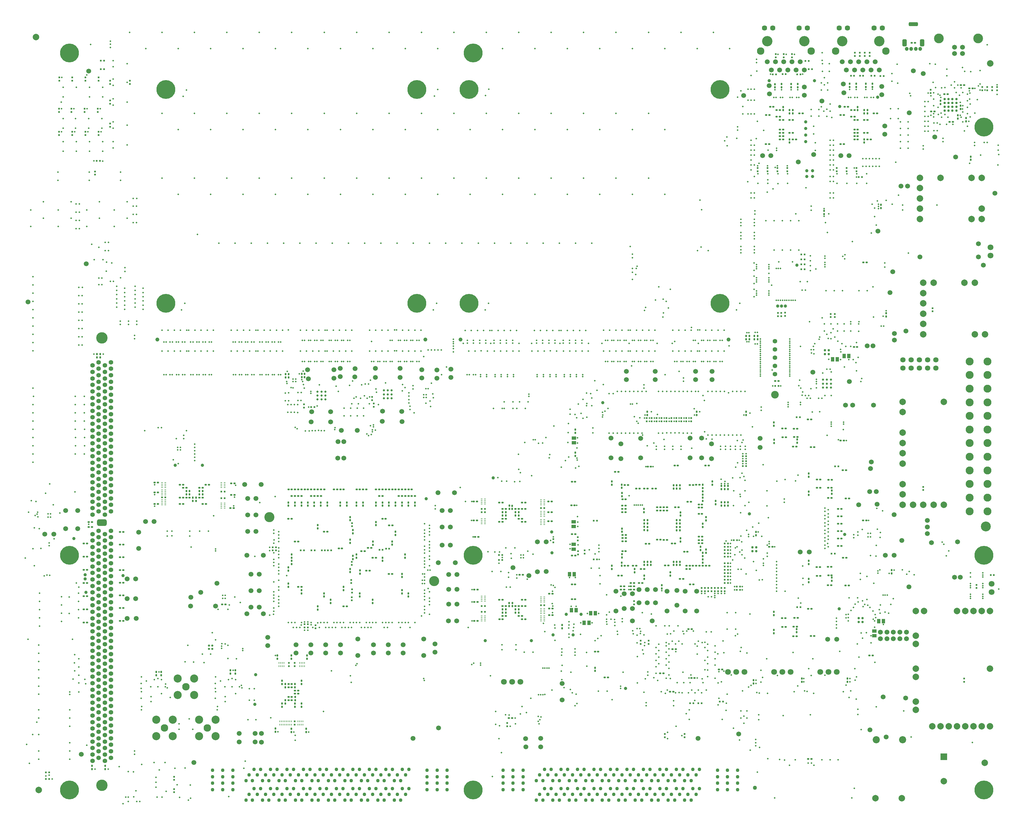
<source format=gbs>
%FSLAX25Y25*%
%MOIN*%
G70*
G01*
G75*
G04 Layer_Color=16711935*
%ADD10C,0.00500*%
%ADD11C,0.00500*%
G04:AMPARAMS|DCode=12|XSize=19.69mil|YSize=23.62mil|CornerRadius=4.92mil|HoleSize=0mil|Usage=FLASHONLY|Rotation=270.000|XOffset=0mil|YOffset=0mil|HoleType=Round|Shape=RoundedRectangle|*
%AMROUNDEDRECTD12*
21,1,0.01969,0.01378,0,0,270.0*
21,1,0.00984,0.02362,0,0,270.0*
1,1,0.00984,-0.00689,-0.00492*
1,1,0.00984,-0.00689,0.00492*
1,1,0.00984,0.00689,0.00492*
1,1,0.00984,0.00689,-0.00492*
%
%ADD12ROUNDEDRECTD12*%
%ADD13R,0.02362X0.02362*%
%ADD14R,0.09449X0.10827*%
%ADD15R,0.02362X0.02362*%
%ADD16R,0.02756X0.03937*%
%ADD17R,0.03347X0.01378*%
%ADD18C,0.03937*%
%ADD19C,0.01969*%
%ADD20R,0.02362X0.08858*%
%ADD21R,0.06299X0.01772*%
%ADD22R,0.03347X0.01969*%
%ADD23R,0.04331X0.10236*%
G04:AMPARAMS|DCode=24|XSize=19.69mil|YSize=23.62mil|CornerRadius=4.92mil|HoleSize=0mil|Usage=FLASHONLY|Rotation=180.000|XOffset=0mil|YOffset=0mil|HoleType=Round|Shape=RoundedRectangle|*
%AMROUNDEDRECTD24*
21,1,0.01969,0.01378,0,0,180.0*
21,1,0.00984,0.02362,0,0,180.0*
1,1,0.00984,-0.00492,0.00689*
1,1,0.00984,0.00492,0.00689*
1,1,0.00984,0.00492,-0.00689*
1,1,0.00984,-0.00492,-0.00689*
%
%ADD24ROUNDEDRECTD24*%
%ADD25R,0.03740X0.07874*%
%ADD26R,0.06299X0.07362*%
%ADD27R,0.05906X0.04331*%
%ADD28R,0.05906X0.06496*%
%ADD29R,0.06102X0.16417*%
%ADD30R,0.06102X0.08661*%
%ADD31R,0.04724X0.07677*%
%ADD32R,0.08268X0.12598*%
%ADD33R,0.07087X0.04528*%
%ADD34O,0.06102X0.00984*%
%ADD35O,0.00984X0.06102*%
%ADD36R,0.20000X0.05000*%
%ADD37R,0.03937X0.07087*%
%ADD38R,0.14488X0.05000*%
%ADD39R,0.05000X0.01693*%
%ADD40C,0.01772*%
%ADD41R,0.05000X0.14488*%
%ADD42R,0.10236X0.04331*%
%ADD43R,0.05512X0.03937*%
%ADD44R,0.04331X0.05512*%
%ADD45R,0.01181X0.06496*%
%ADD46R,0.08661X0.05709*%
%ADD47R,0.10827X0.09449*%
%ADD48R,0.03937X0.02756*%
%ADD49R,0.05709X0.08661*%
%ADD50R,0.07874X0.04331*%
%ADD51R,0.04331X0.05315*%
%ADD52R,0.15748X0.05906*%
%ADD53R,0.05906X0.15748*%
%ADD54R,0.05315X0.04331*%
%ADD55R,0.06693X0.01378*%
%ADD56R,0.05512X0.04724*%
%ADD57R,0.02165X0.00787*%
%ADD58R,0.05512X0.04331*%
%ADD59R,0.03150X0.03150*%
%ADD60R,0.05118X0.02362*%
%ADD61R,0.05118X0.03937*%
%ADD62R,0.04528X0.06693*%
%ADD63O,0.08071X0.02362*%
%ADD64R,0.06890X0.01181*%
%ADD65R,0.25394X0.07874*%
%ADD66R,0.07874X0.25394*%
%ADD67R,0.07087X0.03937*%
%ADD68R,0.06693X0.04528*%
%ADD69R,0.03347X0.03150*%
%ADD70R,0.13976X0.12598*%
%ADD71R,0.12598X0.13976*%
%ADD72R,0.27953X0.11024*%
%ADD73R,0.07047X0.05000*%
%ADD74R,0.12500X0.07008*%
%ADD75R,0.07087X0.02362*%
%ADD76R,0.06496X0.01181*%
%ADD77R,0.01378X0.07087*%
%ADD78R,0.01772X0.06299*%
%ADD79R,0.01772X0.07087*%
%ADD80R,0.01378X0.06102*%
%ADD81R,0.01378X0.03347*%
%ADD82R,0.07087X0.07087*%
%ADD83R,0.07087X0.07087*%
%ADD84R,0.07087X0.07874*%
%ADD85R,0.07874X0.07087*%
%ADD86R,0.03937X0.05512*%
%ADD87R,0.80000X0.15000*%
%ADD88R,0.01654X0.04803*%
%ADD89R,0.01600X0.08500*%
%ADD90R,0.71000X0.02000*%
%ADD91R,0.15590X0.15590*%
%ADD92R,0.03740X0.01378*%
%ADD93R,0.01378X0.03740*%
%ADD94R,0.12992X0.12992*%
%ADD95R,0.12992X0.12992*%
%ADD96R,0.01102X0.03347*%
%ADD97R,0.03347X0.01102*%
%ADD98R,0.11811X0.11811*%
%ADD99R,0.17716X0.17716*%
%ADD100R,0.03150X0.01181*%
%ADD101R,0.01181X0.03150*%
%ADD102R,0.11811X0.11811*%
%ADD103R,0.06181X0.07402*%
%ADD104R,0.03740X0.01181*%
%ADD105R,0.01181X0.03740*%
%ADD106R,0.05512X0.05512*%
%ADD107R,0.05512X0.01575*%
%ADD108R,0.03150X0.01102*%
%ADD109R,0.01102X0.03150*%
%ADD110R,0.06299X0.06299*%
%ADD111R,0.06299X0.06299*%
%ADD112C,0.01200*%
%ADD113C,0.01000*%
%ADD114C,0.00800*%
%ADD115C,0.00600*%
%ADD116C,0.02000*%
%ADD117C,0.02500*%
%ADD118C,0.05000*%
%ADD119C,0.10000*%
%ADD120C,0.01500*%
%ADD121R,0.11500X0.04000*%
%ADD122C,0.07087*%
%ADD123C,0.07874*%
%ADD124C,0.05906*%
%ADD125C,0.11811*%
%ADD126C,0.12205*%
%ADD127C,0.06437*%
%ADD128C,0.05591*%
%ADD129C,0.09252*%
%ADD130C,0.05512*%
G04:AMPARAMS|DCode=131|XSize=78.74mil|YSize=118.11mil|CornerRadius=19.69mil|HoleSize=0mil|Usage=FLASHONLY|Rotation=270.000|XOffset=0mil|YOffset=0mil|HoleType=Round|Shape=RoundedRectangle|*
%AMROUNDEDRECTD131*
21,1,0.07874,0.07874,0,0,270.0*
21,1,0.03937,0.11811,0,0,270.0*
1,1,0.03937,-0.03937,-0.01969*
1,1,0.03937,-0.03937,0.01969*
1,1,0.03937,0.03937,0.01969*
1,1,0.03937,0.03937,-0.01969*
%
%ADD131ROUNDEDRECTD131*%
%ADD132C,0.13780*%
%ADD133C,0.09055*%
%ADD134C,0.09843*%
%ADD135C,0.08661*%
%ADD136R,0.07874X0.07874*%
%ADD137C,0.04331*%
G04:AMPARAMS|DCode=138|XSize=47.24mil|YSize=110.24mil|CornerRadius=11.81mil|HoleSize=0mil|Usage=FLASHONLY|Rotation=270.000|XOffset=0mil|YOffset=0mil|HoleType=Round|Shape=RoundedRectangle|*
%AMROUNDEDRECTD138*
21,1,0.04724,0.08661,0,0,270.0*
21,1,0.02362,0.11024,0,0,270.0*
1,1,0.02362,-0.04331,-0.01181*
1,1,0.02362,-0.04331,0.01181*
1,1,0.02362,0.04331,0.01181*
1,1,0.02362,0.04331,-0.01181*
%
%ADD138ROUNDEDRECTD138*%
G04:AMPARAMS|DCode=139|XSize=51.18mil|YSize=86.61mil|CornerRadius=12.8mil|HoleSize=0mil|Usage=FLASHONLY|Rotation=180.000|XOffset=0mil|YOffset=0mil|HoleType=Round|Shape=RoundedRectangle|*
%AMROUNDEDRECTD139*
21,1,0.05118,0.06102,0,0,180.0*
21,1,0.02559,0.08661,0,0,180.0*
1,1,0.02559,-0.01280,0.03051*
1,1,0.02559,0.01280,0.03051*
1,1,0.02559,0.01280,-0.03051*
1,1,0.02559,-0.01280,-0.03051*
%
%ADD139ROUNDEDRECTD139*%
%ADD140C,0.04724*%
%ADD141C,0.31496*%
%ADD142C,0.12598*%
%ADD143C,0.06378*%
%ADD144C,0.09646*%
%ADD145C,0.12000*%
%ADD146C,0.04500*%
%ADD147C,0.01900*%
%ADD148C,0.01940*%
%ADD149C,0.02000*%
%ADD150C,0.05000*%
%ADD151C,0.01860*%
%ADD152C,0.02598*%
%ADD153C,0.04000*%
%ADD154C,0.06771*%
%ADD155C,0.04409*%
%ADD156C,0.07164*%
G04:AMPARAMS|DCode=157|XSize=107.244mil|YSize=107.244mil|CornerRadius=0mil|HoleSize=0mil|Usage=FLASHONLY|Rotation=0.000|XOffset=0mil|YOffset=0mil|HoleType=Round|Shape=Relief|Width=15mil|Gap=10mil|Entries=4|*
%AMTHD157*
7,0,0,0.10724,0.08724,0.01500,45*
%
%ADD157THD157*%
%ADD158C,0.06062*%
G04:AMPARAMS|DCode=159|XSize=96.221mil|YSize=96.221mil|CornerRadius=0mil|HoleSize=0mil|Usage=FLASHONLY|Rotation=0.000|XOffset=0mil|YOffset=0mil|HoleType=Round|Shape=Relief|Width=15mil|Gap=10mil|Entries=4|*
%AMTHD159*
7,0,0,0.09622,0.07622,0.01500,45*
%
%ADD159THD159*%
%ADD160C,0.11495*%
%ADD161C,0.15038*%
%ADD162C,0.06377*%
G04:AMPARAMS|DCode=163|XSize=99.37mil|YSize=99.37mil|CornerRadius=0mil|HoleSize=0mil|Usage=FLASHONLY|Rotation=0.000|XOffset=0mil|YOffset=0mil|HoleType=Round|Shape=Relief|Width=15mil|Gap=10mil|Entries=4|*
%AMTHD163*
7,0,0,0.09937,0.07937,0.01500,45*
%
%ADD163THD163*%
G04:AMPARAMS|DCode=164|XSize=92.284mil|YSize=92.284mil|CornerRadius=0mil|HoleSize=0mil|Usage=FLASHONLY|Rotation=0.000|XOffset=0mil|YOffset=0mil|HoleType=Round|Shape=Relief|Width=15mil|Gap=10mil|Entries=4|*
%AMTHD164*
7,0,0,0.09228,0.07228,0.01500,45*
%
%ADD164THD164*%
%ADD165C,0.11889*%
%ADD166C,0.05196*%
G04:AMPARAMS|DCode=167|XSize=87.559mil|YSize=87.559mil|CornerRadius=0mil|HoleSize=0mil|Usage=FLASHONLY|Rotation=0.000|XOffset=0mil|YOffset=0mil|HoleType=Round|Shape=Relief|Width=15mil|Gap=10mil|Entries=4|*
%AMTHD167*
7,0,0,0.08756,0.06756,0.01500,45*
%
%ADD167THD167*%
%ADD168O,0.12204X0.09133*%
%ADD169C,0.12086*%
%ADD170C,0.08346*%
G04:AMPARAMS|DCode=171|XSize=126.929mil|YSize=126.929mil|CornerRadius=0mil|HoleSize=0mil|Usage=FLASHONLY|Rotation=0.000|XOffset=0mil|YOffset=0mil|HoleType=Round|Shape=Relief|Width=15mil|Gap=10mil|Entries=4|*
%AMTHD171*
7,0,0,0.12693,0.10693,0.01500,45*
%
%ADD171THD171*%
G04:AMPARAMS|DCode=172|XSize=103.307mil|YSize=103.307mil|CornerRadius=0mil|HoleSize=0mil|Usage=FLASHONLY|Rotation=0.000|XOffset=0mil|YOffset=0mil|HoleType=Round|Shape=Relief|Width=15mil|Gap=10mil|Entries=4|*
%AMTHD172*
7,0,0,0.10331,0.08331,0.01500,45*
%
%ADD172THD172*%
%ADD173C,0.05983*%
G04:AMPARAMS|DCode=174|XSize=95.433mil|YSize=95.433mil|CornerRadius=0mil|HoleSize=0mil|Usage=FLASHONLY|Rotation=0.000|XOffset=0mil|YOffset=0mil|HoleType=Round|Shape=Relief|Width=15mil|Gap=10mil|Entries=4|*
%AMTHD174*
7,0,0,0.09543,0.07543,0.01500,45*
%
%ADD174THD174*%
%ADD175C,0.04802*%
G04:AMPARAMS|DCode=176|XSize=83.622mil|YSize=83.622mil|CornerRadius=0mil|HoleSize=0mil|Usage=FLASHONLY|Rotation=0.000|XOffset=0mil|YOffset=0mil|HoleType=Round|Shape=Relief|Width=15mil|Gap=10mil|Entries=4|*
%AMTHD176*
7,0,0,0.08362,0.06362,0.01500,45*
%
%ADD176THD176*%
%AMTHOVALD177*
21,1,0.06299,0.09150,0,0,360.0*
1,1,0.09150,-0.03150,0.00000*
1,1,0.09150,0.03150,0.00000*
21,0,0.06299,0.07150,0,0,360.0*
1,0,0.07150,-0.03150,0.00000*
1,0,0.07150,0.03150,0.00000*
4,0,4,-0.02619,-0.00530,-0.05854,-0.03765,-0.06915,-0.02705,-0.03680,0.00530,-0.02619,-0.00530,0.0*
4,0,4,0.03680,-0.00530,0.06915,0.02705,0.05854,0.03765,0.02619,0.00530,0.03680,-0.00530,0.0*
4,0,4,-0.03680,-0.00530,-0.06915,0.02705,-0.05854,0.03765,-0.02619,0.00530,-0.03680,-0.00530,0.0*
4,0,4,0.02619,-0.00530,0.05854,-0.03765,0.06915,-0.02705,0.03680,0.00530,0.02619,-0.00530,0.0*
%
%ADD177THOVALD177*%

%AMTHOVALD178*
21,1,0.03543,0.09937,0,0,270.0*
1,1,0.09937,0.00000,0.01772*
1,1,0.09937,0.00000,-0.01772*
21,0,0.03543,0.07937,0,0,270.0*
1,0,0.07937,0.00000,0.01772*
1,0,0.07937,0.00000,-0.01772*
4,0,4,-0.00530,0.01241,-0.04044,0.04755,-0.02983,0.05815,0.00530,0.02302,-0.00530,0.01241,0.0*
4,0,4,-0.00530,-0.02302,0.02983,-0.05815,0.04044,-0.04755,0.00530,-0.01241,-0.00530,-0.02302,0.0*
4,0,4,-0.00530,0.02302,0.02983,0.05815,0.04044,0.04755,0.00530,0.01241,-0.00530,0.02302,0.0*
4,0,4,-0.00530,-0.01241,-0.04044,-0.04755,-0.02983,-0.05815,0.00530,-0.02302,-0.00530,-0.01241,0.0*
%
%ADD178THOVALD178*%

%ADD179C,0.05590*%
G04:AMPARAMS|DCode=180|XSize=91.496mil|YSize=91.496mil|CornerRadius=0mil|HoleSize=0mil|Usage=FLASHONLY|Rotation=0.000|XOffset=0mil|YOffset=0mil|HoleType=Round|Shape=Relief|Width=15mil|Gap=10mil|Entries=4|*
%AMTHD180*
7,0,0,0.09150,0.07150,0.01500,45*
%
%ADD180THD180*%
G04:AMPARAMS|DCode=181|XSize=210mil|YSize=210mil|CornerRadius=0mil|HoleSize=0mil|Usage=FLASHONLY|Rotation=0.000|XOffset=0mil|YOffset=0mil|HoleType=Round|Shape=Relief|Width=15mil|Gap=10mil|Entries=4|*
%AMTHD181*
7,0,0,0.21000,0.19000,0.01500,45*
%
%ADD181THD181*%
%ADD182C,0.17440*%
%ADD183C,0.15235*%
G04:AMPARAMS|DCode=184|XSize=122.992mil|YSize=122.992mil|CornerRadius=0mil|HoleSize=0mil|Usage=FLASHONLY|Rotation=0.000|XOffset=0mil|YOffset=0mil|HoleType=Round|Shape=Relief|Width=15mil|Gap=10mil|Entries=4|*
%AMTHD184*
7,0,0,0.12299,0.10299,0.01500,45*
%
%ADD184THD184*%
G04:AMPARAMS|DCode=185|XSize=100.157mil|YSize=100.157mil|CornerRadius=0mil|HoleSize=0mil|Usage=FLASHONLY|Rotation=0.000|XOffset=0mil|YOffset=0mil|HoleType=Round|Shape=Relief|Width=15mil|Gap=10mil|Entries=4|*
%AMTHD185*
7,0,0,0.10016,0.08016,0.01500,45*
%
%ADD185THD185*%
%ADD186C,0.06456*%
G04:AMPARAMS|DCode=187|XSize=117.087mil|YSize=117.087mil|CornerRadius=0mil|HoleSize=0mil|Usage=FLASHONLY|Rotation=0.000|XOffset=0mil|YOffset=0mil|HoleType=Round|Shape=Relief|Width=15mil|Gap=10mil|Entries=4|*
%AMTHD187*
7,0,0,0.11709,0.09709,0.01500,45*
%
%ADD187THD187*%
%ADD188C,0.08149*%
%ADD189C,0.14743*%
%ADD190C,0.07040*%
%ADD191C,0.03440*%
%ADD192C,0.03739*%
%ADD193C,0.00380*%
%ADD194C,0.00394*%
%ADD195C,0.22874*%
%ADD196C,0.00380*%
%ADD197C,0.07000*%
%ADD198C,0.05668*%
%ADD199C,0.09133*%
%ADD200O,0.11889X0.05590*%
%ADD201O,0.06377X0.09920*%
%ADD202C,0.08739*%
%ADD203C,0.05240*%
%ADD204C,0.03444*%
%ADD205R,0.00787X0.02165*%
%ADD206C,0.00984*%
%ADD207C,0.02362*%
%ADD208C,0.00787*%
%ADD209C,0.06000*%
%ADD210C,0.00100*%
%ADD211C,0.00300*%
%ADD212C,0.00315*%
%ADD213C,0.00900*%
%ADD214C,0.00591*%
%ADD215R,0.09095X0.09095*%
%ADD216R,0.09095X0.09095*%
%ADD217R,0.08268X0.08268*%
%ADD218R,0.12402X0.12402*%
%ADD219R,0.08268X0.08268*%
%ADD220R,0.03961X0.05181*%
%ADD221R,0.03858X0.03858*%
%ADD222R,0.04961X0.04961*%
%ADD223R,0.04409X0.04409*%
%ADD224R,0.04409X0.04409*%
%ADD225C,0.07874*%
%ADD226O,0.06502X0.01384*%
%ADD227O,0.01384X0.06502*%
%ADD228C,0.02372*%
%ADD229C,0.02569*%
%ADD230R,0.07290X0.01581*%
%ADD231R,0.02000X0.08900*%
%ADD232R,0.71400X0.02400*%
%ADD233R,0.01502X0.03747*%
%ADD234R,0.03747X0.01502*%
%ADD235R,0.12211X0.12211*%
%ADD236R,0.18116X0.18116*%
%ADD237R,0.03550X0.01581*%
%ADD238R,0.01581X0.03550*%
%ADD239R,0.12211X0.12211*%
%ADD240C,0.04900*%
%ADD241C,0.02998*%
D12*
X965469Y62500D02*
D03*
X961531D02*
D03*
X964801Y441192D02*
D03*
X968738D02*
D03*
X943331Y441799D02*
D03*
X947268D02*
D03*
X948228Y463484D02*
D03*
X944291D02*
D03*
X934268Y463799D02*
D03*
X930331D02*
D03*
X948468Y453610D02*
D03*
X944531D02*
D03*
X934492Y453216D02*
D03*
X930555D02*
D03*
X965268Y474799D02*
D03*
X961331D02*
D03*
X1004768Y449299D02*
D03*
X1000831D02*
D03*
X1039768Y188299D02*
D03*
X1035831D02*
D03*
X813780Y297244D02*
D03*
X817717D02*
D03*
X833465D02*
D03*
X829528D02*
D03*
X791929Y297638D02*
D03*
X787992D02*
D03*
X796063Y324213D02*
D03*
X800000D02*
D03*
X821654Y297244D02*
D03*
X825591D02*
D03*
X809843Y281299D02*
D03*
X805905D02*
D03*
X814961Y314173D02*
D03*
X811024D02*
D03*
X841360Y297051D02*
D03*
X837423D02*
D03*
X818110Y274606D02*
D03*
X822047D02*
D03*
X746331Y268299D02*
D03*
X750268D02*
D03*
X746331Y272299D02*
D03*
X750268D02*
D03*
X746331Y276299D02*
D03*
X750268D02*
D03*
X760268D02*
D03*
X756331D02*
D03*
X734331Y268299D02*
D03*
X738268D02*
D03*
X734331Y272299D02*
D03*
X738268D02*
D03*
X762598Y293110D02*
D03*
X758661D02*
D03*
X804134Y368307D02*
D03*
X800197D02*
D03*
X825591Y395472D02*
D03*
X829528D02*
D03*
X821850Y395276D02*
D03*
X817913D02*
D03*
X799409Y418898D02*
D03*
X803346D02*
D03*
X815157Y374803D02*
D03*
X819094D02*
D03*
X840748Y418898D02*
D03*
X836811D02*
D03*
X736024Y314961D02*
D03*
X739961D02*
D03*
X736024Y377953D02*
D03*
X739961D02*
D03*
X770669Y417520D02*
D03*
X766732D02*
D03*
X731102Y285236D02*
D03*
X735039D02*
D03*
X752756Y297244D02*
D03*
X748819D02*
D03*
X742913Y297047D02*
D03*
X738976D02*
D03*
X782283Y328740D02*
D03*
X778346D02*
D03*
X786220Y328642D02*
D03*
X790157D02*
D03*
X786319Y364075D02*
D03*
X790256D02*
D03*
X782283Y364173D02*
D03*
X778346D02*
D03*
X739764Y370079D02*
D03*
X735827D02*
D03*
X739764Y366142D02*
D03*
X735827D02*
D03*
X739764Y362205D02*
D03*
X735827D02*
D03*
X740157Y334646D02*
D03*
X736220D02*
D03*
X740157Y330709D02*
D03*
X736220D02*
D03*
X740157Y326772D02*
D03*
X736220D02*
D03*
X764567Y324016D02*
D03*
X768504D02*
D03*
X828937Y324409D02*
D03*
X832874D02*
D03*
X828937Y328346D02*
D03*
X832874D02*
D03*
X828937Y332480D02*
D03*
X832874D02*
D03*
X828740Y360236D02*
D03*
X832677D02*
D03*
X828740Y367717D02*
D03*
X832677D02*
D03*
X828740Y371654D02*
D03*
X832677D02*
D03*
X786220Y368110D02*
D03*
X790157D02*
D03*
X772441Y390839D02*
D03*
X776378D02*
D03*
X762598Y390945D02*
D03*
X766535D02*
D03*
X752756D02*
D03*
X756693D02*
D03*
X782283Y368110D02*
D03*
X778346D02*
D03*
X727165Y411220D02*
D03*
X731102D02*
D03*
X742913Y395276D02*
D03*
X738976D02*
D03*
X921431Y521599D02*
D03*
X925368D02*
D03*
X714567Y161417D02*
D03*
X718504D02*
D03*
X702731Y192999D02*
D03*
X706668D02*
D03*
X1161268Y876799D02*
D03*
X1157331D02*
D03*
X1133331Y836299D02*
D03*
X1137268D02*
D03*
X1114768Y848799D02*
D03*
X1110831D02*
D03*
X1126831Y869799D02*
D03*
X1130768D02*
D03*
X1150768Y880799D02*
D03*
X1146831D02*
D03*
X1091268Y932299D02*
D03*
X1087331D02*
D03*
X918268Y320299D02*
D03*
X914331D02*
D03*
X1001868Y330199D02*
D03*
X997931D02*
D03*
X1001868Y321199D02*
D03*
X997931D02*
D03*
X1001868Y339199D02*
D03*
X997931D02*
D03*
X1001868Y348199D02*
D03*
X997931D02*
D03*
X1001868Y357199D02*
D03*
X997931D02*
D03*
X1001868Y366199D02*
D03*
X997931D02*
D03*
X813780Y293110D02*
D03*
X817717D02*
D03*
X1032268Y352299D02*
D03*
X1028331D02*
D03*
X985827Y379528D02*
D03*
X989764D02*
D03*
X976124Y391725D02*
D03*
X972187D02*
D03*
X990256Y401673D02*
D03*
X986319D02*
D03*
X1007130Y379004D02*
D03*
X1011067D02*
D03*
X976268Y401799D02*
D03*
X972331D02*
D03*
X989768Y391799D02*
D03*
X985831D02*
D03*
X985447Y273652D02*
D03*
X989384D02*
D03*
X989974Y285463D02*
D03*
X986037D02*
D03*
X975801Y295502D02*
D03*
X971864D02*
D03*
X1007768Y306799D02*
D03*
X1003831D02*
D03*
X976268Y284799D02*
D03*
X972331D02*
D03*
X1006831Y273299D02*
D03*
X1010768D02*
D03*
X989384Y295699D02*
D03*
X985447D02*
D03*
X943568Y211464D02*
D03*
X947505D02*
D03*
X933922Y233511D02*
D03*
X929985D02*
D03*
X934268Y222799D02*
D03*
X930331D02*
D03*
X948768Y233799D02*
D03*
X944831D02*
D03*
X947701Y223275D02*
D03*
X943764D02*
D03*
X965615Y244929D02*
D03*
X961678D02*
D03*
X785768Y166520D02*
D03*
X781831D02*
D03*
X820268Y220299D02*
D03*
X816331D02*
D03*
X800768Y195799D02*
D03*
X796831D02*
D03*
X823668Y160699D02*
D03*
X819731D02*
D03*
X857268Y171299D02*
D03*
X853331D02*
D03*
X1017717Y850394D02*
D03*
X1013780D02*
D03*
X1005906Y854429D02*
D03*
X1009843D02*
D03*
X1033465Y814961D02*
D03*
X1037402D02*
D03*
X1021654Y826772D02*
D03*
X1017717D02*
D03*
Y842520D02*
D03*
X1013780D02*
D03*
X1045276Y846457D02*
D03*
X1041339D02*
D03*
X1000787Y809055D02*
D03*
X1004724D02*
D03*
X1000886Y844488D02*
D03*
X1004823D02*
D03*
X1021654Y814961D02*
D03*
X1017717D02*
D03*
X1021654Y838583D02*
D03*
X1017717D02*
D03*
X1029528D02*
D03*
X1033465D02*
D03*
X1021654Y818898D02*
D03*
X1017717D02*
D03*
X1029528Y822835D02*
D03*
X1033465D02*
D03*
X1021654D02*
D03*
X1017717D02*
D03*
X427165Y318898D02*
D03*
X431102D02*
D03*
X423228Y314961D02*
D03*
X419291D02*
D03*
X391732Y318298D02*
D03*
X395669D02*
D03*
X448819Y389764D02*
D03*
X444882D02*
D03*
X476378D02*
D03*
X480315D02*
D03*
X464567D02*
D03*
X460630D02*
D03*
X370079Y381890D02*
D03*
X366142D02*
D03*
Y389764D02*
D03*
X362205D02*
D03*
X350394D02*
D03*
X346457D02*
D03*
Y381890D02*
D03*
X342520D02*
D03*
Y389764D02*
D03*
X338583D02*
D03*
X472441D02*
D03*
X468504D02*
D03*
X480315Y381890D02*
D03*
X484252D02*
D03*
X472441D02*
D03*
X476378D02*
D03*
X456693Y389764D02*
D03*
X452756D02*
D03*
X374016D02*
D03*
X370079D02*
D03*
X358268D02*
D03*
X354331D02*
D03*
X362205Y381890D02*
D03*
X358268D02*
D03*
X338583D02*
D03*
X334646D02*
D03*
Y389764D02*
D03*
X330709D02*
D03*
X1007614Y413175D02*
D03*
X1003677D02*
D03*
X397538Y247931D02*
D03*
X401475D02*
D03*
X346357Y271554D02*
D03*
X342420D02*
D03*
X425097Y291239D02*
D03*
X429034D02*
D03*
X452656Y287302D02*
D03*
X456593D02*
D03*
X432971Y306987D02*
D03*
X436908D02*
D03*
X342420Y326672D02*
D03*
X338483D02*
D03*
X377853Y338483D02*
D03*
X373916D02*
D03*
X964831Y211799D02*
D03*
X968768D02*
D03*
X444732Y354181D02*
D03*
X448669D02*
D03*
X456693Y346307D02*
D03*
X452756D02*
D03*
X334546Y354231D02*
D03*
X330609D02*
D03*
X590551Y354331D02*
D03*
X594488D02*
D03*
X586614Y374016D02*
D03*
X590551D02*
D03*
X586614Y350394D02*
D03*
X590551D02*
D03*
X614173Y354331D02*
D03*
X610236D02*
D03*
X618110Y374016D02*
D03*
X614173D02*
D03*
X618110Y350394D02*
D03*
X614173D02*
D03*
X468504Y381890D02*
D03*
X464567D02*
D03*
X586614Y255905D02*
D03*
X590551D02*
D03*
X590453Y236220D02*
D03*
X594390D02*
D03*
X614173D02*
D03*
X610236D02*
D03*
X618110Y232283D02*
D03*
X614173D02*
D03*
X618110Y255906D02*
D03*
X614173D02*
D03*
X586713Y232283D02*
D03*
X590650D02*
D03*
X444882Y381890D02*
D03*
X440945D02*
D03*
X610236Y366142D02*
D03*
X606299D02*
D03*
X590453D02*
D03*
X594390D02*
D03*
X618110D02*
D03*
X614173D02*
D03*
X440945Y389764D02*
D03*
X437008D02*
D03*
X618110Y248031D02*
D03*
X614173D02*
D03*
X610236D02*
D03*
X606299D02*
D03*
X590551D02*
D03*
X594488D02*
D03*
X425197Y389764D02*
D03*
X421260D02*
D03*
X417323D02*
D03*
X413386D02*
D03*
X650268Y351299D02*
D03*
X646331D02*
D03*
X650268Y375299D02*
D03*
X646331D02*
D03*
X555543Y352299D02*
D03*
X559480D02*
D03*
X650268Y362299D02*
D03*
X646331D02*
D03*
X557331Y332299D02*
D03*
X561268D02*
D03*
X555531Y375299D02*
D03*
X559468D02*
D03*
X393701Y389764D02*
D03*
X397638D02*
D03*
X651268Y245299D02*
D03*
X647331D02*
D03*
X556331Y268299D02*
D03*
X560268D02*
D03*
X556331Y230299D02*
D03*
X560268D02*
D03*
X651268Y263299D02*
D03*
X647331D02*
D03*
X651268Y237299D02*
D03*
X647331D02*
D03*
X556331Y253299D02*
D03*
X560268D02*
D03*
X611331Y286299D02*
D03*
X615268D02*
D03*
X202756Y391732D02*
D03*
X206693D02*
D03*
X234252Y395669D02*
D03*
X230315D02*
D03*
X230413Y372146D02*
D03*
X226476D02*
D03*
X198917Y372047D02*
D03*
X202854D02*
D03*
X226378Y391732D02*
D03*
X222441D02*
D03*
X198819Y395669D02*
D03*
X202756D02*
D03*
X385827Y389764D02*
D03*
X389764D02*
D03*
X338484Y141831D02*
D03*
X342421D02*
D03*
X338583Y145669D02*
D03*
X342520D02*
D03*
X226378Y379921D02*
D03*
X222441D02*
D03*
X206693D02*
D03*
X210630D02*
D03*
X198917Y379823D02*
D03*
X202854D02*
D03*
X334646Y133858D02*
D03*
X330709D02*
D03*
X334646Y137697D02*
D03*
X330709D02*
D03*
X334646Y149606D02*
D03*
X330709D02*
D03*
X334646Y153543D02*
D03*
X330709D02*
D03*
X168331Y372299D02*
D03*
X172268D02*
D03*
X168331Y386299D02*
D03*
X172268D02*
D03*
X168331Y398299D02*
D03*
X172268D02*
D03*
X264268Y367299D02*
D03*
X260331D02*
D03*
X265268Y383299D02*
D03*
X261331D02*
D03*
X265268Y397299D02*
D03*
X261331D02*
D03*
X82331Y244299D02*
D03*
X86268D02*
D03*
X82331Y228299D02*
D03*
X86268D02*
D03*
X82331Y308299D02*
D03*
X86268D02*
D03*
X82331Y292299D02*
D03*
X86268D02*
D03*
X82331Y324299D02*
D03*
X86268D02*
D03*
X82331Y260299D02*
D03*
X86268D02*
D03*
X82331Y276299D02*
D03*
X86268D02*
D03*
X130268Y338299D02*
D03*
X126331D02*
D03*
X130268Y322871D02*
D03*
X126331D02*
D03*
X130268Y307442D02*
D03*
X126331D02*
D03*
X130268Y292013D02*
D03*
X126331D02*
D03*
X130268Y276585D02*
D03*
X126331D02*
D03*
X130268Y261156D02*
D03*
X126331D02*
D03*
X130268Y245728D02*
D03*
X126331D02*
D03*
X130268Y230299D02*
D03*
X126331D02*
D03*
X88331Y344299D02*
D03*
X92268D02*
D03*
X88331Y350299D02*
D03*
X92268D02*
D03*
X915354Y854429D02*
D03*
X919291D02*
D03*
X927165Y850394D02*
D03*
X923228D02*
D03*
X910236Y809055D02*
D03*
X914173D02*
D03*
X931102Y826772D02*
D03*
X927165D02*
D03*
X954724Y846457D02*
D03*
X950787D02*
D03*
X910630Y844488D02*
D03*
X914567D02*
D03*
X927165Y842520D02*
D03*
X923228D02*
D03*
X942913Y814961D02*
D03*
X946850D02*
D03*
X931102Y822835D02*
D03*
X927165D02*
D03*
X938976Y838583D02*
D03*
X942913D02*
D03*
X938976Y822835D02*
D03*
X942913D02*
D03*
X931102Y818898D02*
D03*
X927165D02*
D03*
X931102Y814961D02*
D03*
X927165D02*
D03*
X931102Y838583D02*
D03*
X927165D02*
D03*
X1020968Y563000D02*
D03*
X1017031D02*
D03*
X678633Y274424D02*
D03*
X674696D02*
D03*
X678633Y256424D02*
D03*
X674696D02*
D03*
X674686Y399299D02*
D03*
X678623D02*
D03*
X678007Y370399D02*
D03*
X674070D02*
D03*
X674886Y335401D02*
D03*
X678823D02*
D03*
Y309401D02*
D03*
X674886D02*
D03*
X598331Y112299D02*
D03*
X602268D02*
D03*
X1032433Y665480D02*
D03*
X1028496D02*
D03*
X250331Y250299D02*
D03*
X254268D02*
D03*
X797768Y144299D02*
D03*
X793831D02*
D03*
D13*
X1183031Y286000D02*
D03*
X1186968D02*
D03*
X371031Y316000D02*
D03*
X374969D02*
D03*
X382469D02*
D03*
X378532D02*
D03*
X452969Y318000D02*
D03*
X449031D02*
D03*
X441032Y316500D02*
D03*
X444969D02*
D03*
X362469Y316000D02*
D03*
X358531D02*
D03*
X345532D02*
D03*
X349468D02*
D03*
X106918Y900349D02*
D03*
X102981D02*
D03*
X106918Y910499D02*
D03*
X102981D02*
D03*
X951615Y477622D02*
D03*
X947678D02*
D03*
X705068Y304799D02*
D03*
X701131D02*
D03*
X705268Y351999D02*
D03*
X701331D02*
D03*
X36331Y46299D02*
D03*
X40268D02*
D03*
X36331Y38299D02*
D03*
X40268D02*
D03*
X953331Y657299D02*
D03*
X957268D02*
D03*
X953331Y663299D02*
D03*
X957268D02*
D03*
X953331Y669299D02*
D03*
X957268D02*
D03*
X953331Y675299D02*
D03*
X957268D02*
D03*
X925368Y515599D02*
D03*
X921431D02*
D03*
X641268Y367299D02*
D03*
X637331D02*
D03*
X864268Y280299D02*
D03*
X860331D02*
D03*
X864268Y288299D02*
D03*
X860331D02*
D03*
X864268Y276299D02*
D03*
X860331D02*
D03*
X864268Y296299D02*
D03*
X860331D02*
D03*
X864268Y292299D02*
D03*
X860331D02*
D03*
X864268Y284299D02*
D03*
X860331D02*
D03*
X864268Y312299D02*
D03*
X860331D02*
D03*
X864268Y300299D02*
D03*
X860331D02*
D03*
X864268Y308299D02*
D03*
X860331D02*
D03*
X864268Y324299D02*
D03*
X860331D02*
D03*
X864268Y320299D02*
D03*
X860331D02*
D03*
X864268Y316299D02*
D03*
X860331D02*
D03*
X998268Y417799D02*
D03*
X994331D02*
D03*
X993768Y311799D02*
D03*
X989831D02*
D03*
X952032Y246897D02*
D03*
X948095D02*
D03*
X882331Y418299D02*
D03*
X886268D02*
D03*
X1026768Y769299D02*
D03*
X1022831D02*
D03*
X882331Y424299D02*
D03*
X886268D02*
D03*
X882331Y430299D02*
D03*
X886268D02*
D03*
X311531Y315799D02*
D03*
X315468D02*
D03*
X315368Y319599D02*
D03*
X311431D02*
D03*
X565331Y366299D02*
D03*
X569268D02*
D03*
X641268Y249299D02*
D03*
X637331D02*
D03*
X565331Y362299D02*
D03*
X569268D02*
D03*
X565331Y248299D02*
D03*
X569268D02*
D03*
X565331Y241299D02*
D03*
X569268D02*
D03*
X177331Y380299D02*
D03*
X181268D02*
D03*
X253268Y379299D02*
D03*
X249331D02*
D03*
X253268Y387299D02*
D03*
X249331D02*
D03*
X590268Y310299D02*
D03*
X586331D02*
D03*
X590268Y304299D02*
D03*
X586331D02*
D03*
X854331Y132299D02*
D03*
X858268D02*
D03*
X832268Y130299D02*
D03*
X828331D02*
D03*
X818331D02*
D03*
X822268D02*
D03*
X1049299Y891999D02*
D03*
X1053236D02*
D03*
X1038299Y892299D02*
D03*
X1042236D02*
D03*
X1028299D02*
D03*
X1024362D02*
D03*
X1017299D02*
D03*
X1013362D02*
D03*
X962299Y900299D02*
D03*
X966236D02*
D03*
X958299Y910299D02*
D03*
X962236D02*
D03*
X948199Y893899D02*
D03*
X952136D02*
D03*
X934299Y894099D02*
D03*
X930362D02*
D03*
X922399Y893999D02*
D03*
X918462D02*
D03*
X362168Y489799D02*
D03*
X358231D02*
D03*
X875268Y328299D02*
D03*
X871331D02*
D03*
X97931Y788699D02*
D03*
X101868D02*
D03*
X878768Y267799D02*
D03*
X874831D02*
D03*
X878768Y271799D02*
D03*
X874831D02*
D03*
D15*
X192000Y37031D02*
D03*
Y40968D02*
D03*
Y25969D02*
D03*
Y22031D02*
D03*
X1166000Y273969D02*
D03*
Y270031D02*
D03*
X96000Y772031D02*
D03*
Y775969D02*
D03*
X933400Y604368D02*
D03*
Y600431D02*
D03*
X929000Y600232D02*
D03*
Y604169D02*
D03*
X924800Y600232D02*
D03*
Y604169D02*
D03*
X989000Y599031D02*
D03*
Y602969D02*
D03*
X994000Y599031D02*
D03*
Y602969D02*
D03*
X1150900Y156231D02*
D03*
Y160168D02*
D03*
X1112600Y606031D02*
D03*
Y609968D02*
D03*
X1101200Y389031D02*
D03*
Y392969D02*
D03*
X408000Y348969D02*
D03*
Y345031D02*
D03*
X407500Y301969D02*
D03*
Y298031D02*
D03*
X407000Y276031D02*
D03*
Y279969D02*
D03*
X408000Y268468D02*
D03*
Y264531D02*
D03*
X407500Y255031D02*
D03*
Y258968D02*
D03*
X363500Y221031D02*
D03*
Y224969D02*
D03*
X432299Y498331D02*
D03*
Y502268D02*
D03*
X434299Y490331D02*
D03*
Y494268D02*
D03*
X596299Y102331D02*
D03*
Y106268D02*
D03*
X84299Y886331D02*
D03*
Y890268D02*
D03*
X52531Y886299D02*
D03*
Y890236D02*
D03*
X777499Y476468D02*
D03*
Y472531D02*
D03*
X771499Y476468D02*
D03*
Y472531D02*
D03*
X765499Y476468D02*
D03*
Y472531D02*
D03*
X783499Y476468D02*
D03*
Y472531D02*
D03*
X795499Y476468D02*
D03*
Y472531D02*
D03*
X789499Y476468D02*
D03*
Y472531D02*
D03*
X813499Y476468D02*
D03*
Y472531D02*
D03*
X807499Y476468D02*
D03*
Y472531D02*
D03*
X801499Y472531D02*
D03*
Y476468D02*
D03*
X819499Y472531D02*
D03*
Y476468D02*
D03*
X690299Y315768D02*
D03*
Y311831D02*
D03*
X682299Y314768D02*
D03*
Y310831D02*
D03*
X681799Y327831D02*
D03*
Y331768D02*
D03*
X750299Y250331D02*
D03*
Y254268D02*
D03*
X1178699Y878568D02*
D03*
Y874631D02*
D03*
X1172699Y878568D02*
D03*
Y874631D02*
D03*
X1184699Y878568D02*
D03*
Y874631D02*
D03*
X1190699Y874631D02*
D03*
Y878568D02*
D03*
X860299Y266331D02*
D03*
Y270268D02*
D03*
X852299Y266331D02*
D03*
Y270268D02*
D03*
X832299Y266331D02*
D03*
Y270268D02*
D03*
X844299Y266331D02*
D03*
Y270268D02*
D03*
X848299Y266331D02*
D03*
Y270268D02*
D03*
X856299Y266331D02*
D03*
Y270268D02*
D03*
X836299Y266331D02*
D03*
Y270268D02*
D03*
X840299Y266331D02*
D03*
Y270268D02*
D03*
X68299Y886331D02*
D03*
Y890268D02*
D03*
X114299Y862268D02*
D03*
Y858331D02*
D03*
X996299Y776331D02*
D03*
Y780268D02*
D03*
X1008299Y776331D02*
D03*
Y780268D02*
D03*
X1020299Y776331D02*
D03*
Y780268D02*
D03*
X354299Y222231D02*
D03*
Y226168D02*
D03*
X350299D02*
D03*
Y222231D02*
D03*
X338299Y104331D02*
D03*
Y108268D02*
D03*
Y179268D02*
D03*
Y175331D02*
D03*
X331299Y179268D02*
D03*
Y175331D02*
D03*
X900299Y776331D02*
D03*
Y780268D02*
D03*
X912299Y776331D02*
D03*
Y780268D02*
D03*
X924299Y776331D02*
D03*
Y780268D02*
D03*
X936299Y776331D02*
D03*
Y780268D02*
D03*
X68299Y824268D02*
D03*
Y820331D02*
D03*
X52299Y824268D02*
D03*
Y820331D02*
D03*
X84299Y824268D02*
D03*
Y820331D02*
D03*
X100299Y824268D02*
D03*
Y820331D02*
D03*
X52299Y848331D02*
D03*
Y852268D02*
D03*
X67299Y848331D02*
D03*
Y852268D02*
D03*
X83299Y848331D02*
D03*
Y852268D02*
D03*
X99299Y848331D02*
D03*
Y852268D02*
D03*
X811543Y88988D02*
D03*
Y92925D02*
D03*
X787543D02*
D03*
Y88988D02*
D03*
X138299Y882331D02*
D03*
Y886268D02*
D03*
X100299Y886331D02*
D03*
Y890268D02*
D03*
X114299Y886268D02*
D03*
Y882331D02*
D03*
Y834268D02*
D03*
Y830331D02*
D03*
X1110299Y875268D02*
D03*
Y871331D02*
D03*
X1036299Y916299D02*
D03*
Y920236D02*
D03*
X1030299Y916299D02*
D03*
Y920236D02*
D03*
X1024299Y916299D02*
D03*
Y920236D02*
D03*
X1018299Y916299D02*
D03*
Y920236D02*
D03*
X941999Y914599D02*
D03*
Y918536D02*
D03*
X931899Y914599D02*
D03*
Y918536D02*
D03*
X922099Y914599D02*
D03*
Y918536D02*
D03*
X349499Y489331D02*
D03*
Y493268D02*
D03*
X652099Y329468D02*
D03*
Y325531D02*
D03*
X767799Y206268D02*
D03*
Y202331D02*
D03*
X758299Y206268D02*
D03*
Y202331D02*
D03*
D18*
X739700Y148099D02*
D03*
X933858Y612598D02*
D03*
X929134D02*
D03*
X924409D02*
D03*
X1005906Y335039D02*
D03*
X999300Y245000D02*
D03*
X967000Y777000D02*
D03*
X960000D02*
D03*
X967000Y770000D02*
D03*
X960000D02*
D03*
X890299Y360299D02*
D03*
X579299Y403799D02*
D03*
X569399Y206099D02*
D03*
X1045799Y866299D02*
D03*
X999799Y854799D02*
D03*
X650299Y338299D02*
D03*
X625399Y206099D02*
D03*
X193299Y419299D02*
D03*
X290799Y164799D02*
D03*
X226299Y419299D02*
D03*
X83799Y286299D02*
D03*
X85000Y265000D02*
D03*
X685799Y238299D02*
D03*
X289799Y128799D02*
D03*
X958661Y812299D02*
D03*
Y828299D02*
D03*
Y820299D02*
D03*
X129799Y285299D02*
D03*
X969299Y886299D02*
D03*
X914299D02*
D03*
X958661Y836299D02*
D03*
X676299Y213299D02*
D03*
X947799Y662299D02*
D03*
X70299Y330299D02*
D03*
X651799Y213299D02*
D03*
X712299Y495299D02*
D03*
X83799Y281299D02*
D03*
X667799Y238299D02*
D03*
X650499Y312899D02*
D03*
X498000Y378500D02*
D03*
D24*
X1056299Y603768D02*
D03*
Y599831D02*
D03*
X1049799Y735547D02*
D03*
Y731610D02*
D03*
X432971Y255806D02*
D03*
Y251868D02*
D03*
X417223Y263680D02*
D03*
Y259743D02*
D03*
X948271Y450460D02*
D03*
Y446523D02*
D03*
X920319Y450066D02*
D03*
Y446129D02*
D03*
X919799Y467331D02*
D03*
Y471268D02*
D03*
X1062799Y291768D02*
D03*
Y287831D02*
D03*
X864299Y370331D02*
D03*
Y374268D02*
D03*
X860299Y370331D02*
D03*
Y374268D02*
D03*
X856299Y370331D02*
D03*
Y374268D02*
D03*
X833465Y312795D02*
D03*
Y308858D02*
D03*
Y344291D02*
D03*
Y348228D02*
D03*
Y304921D02*
D03*
Y300984D02*
D03*
X830709Y316142D02*
D03*
Y320079D02*
D03*
X750787Y289173D02*
D03*
Y293110D02*
D03*
X806496Y358071D02*
D03*
Y362008D02*
D03*
X833465Y375984D02*
D03*
Y379921D02*
D03*
Y395472D02*
D03*
Y391535D02*
D03*
Y383661D02*
D03*
Y387598D02*
D03*
X849213Y375787D02*
D03*
Y371850D02*
D03*
X845276Y399606D02*
D03*
Y395669D02*
D03*
X723228Y293110D02*
D03*
Y297047D02*
D03*
X762598Y281299D02*
D03*
Y285236D02*
D03*
X735039Y297047D02*
D03*
Y300984D02*
D03*
X801968Y301968D02*
D03*
Y298031D02*
D03*
X766535Y344291D02*
D03*
Y340354D02*
D03*
Y348425D02*
D03*
Y352362D02*
D03*
X762598Y348425D02*
D03*
Y352362D02*
D03*
Y344488D02*
D03*
Y340551D02*
D03*
X801968Y344094D02*
D03*
Y340157D02*
D03*
X762598Y301968D02*
D03*
Y298031D02*
D03*
X766535Y301968D02*
D03*
Y298031D02*
D03*
X770472Y301968D02*
D03*
Y298031D02*
D03*
X762205Y366142D02*
D03*
Y362205D02*
D03*
X805905Y301968D02*
D03*
Y298031D02*
D03*
X798031Y301968D02*
D03*
Y298031D02*
D03*
X801969Y348425D02*
D03*
Y352362D02*
D03*
X805905Y344094D02*
D03*
Y340157D02*
D03*
X805906Y348425D02*
D03*
Y352362D02*
D03*
Y390945D02*
D03*
Y394882D02*
D03*
X801969Y390945D02*
D03*
Y394882D02*
D03*
X798031Y390945D02*
D03*
Y394882D02*
D03*
X735433Y307087D02*
D03*
Y311024D02*
D03*
X735630Y338386D02*
D03*
Y342323D02*
D03*
X723228Y399409D02*
D03*
Y395472D02*
D03*
X735039Y395669D02*
D03*
Y391732D02*
D03*
X735433Y385433D02*
D03*
Y381496D02*
D03*
X702756Y169390D02*
D03*
Y173327D02*
D03*
X1153299Y836831D02*
D03*
Y840768D02*
D03*
X1146599Y851831D02*
D03*
Y855768D02*
D03*
X1122299Y857831D02*
D03*
Y861768D02*
D03*
X1143299Y840331D02*
D03*
Y844268D02*
D03*
X898299Y338268D02*
D03*
Y334331D02*
D03*
X783858Y273425D02*
D03*
Y269488D02*
D03*
X837402Y356102D02*
D03*
Y352165D02*
D03*
X794094Y285236D02*
D03*
Y289173D02*
D03*
X837402Y312795D02*
D03*
Y316732D02*
D03*
X990101Y388378D02*
D03*
Y384441D02*
D03*
X962299Y405331D02*
D03*
Y409268D02*
D03*
Y387268D02*
D03*
Y383331D02*
D03*
X990299Y282768D02*
D03*
Y278831D02*
D03*
X962299Y281268D02*
D03*
Y277331D02*
D03*
X947505Y220322D02*
D03*
Y216385D02*
D03*
X919799Y237331D02*
D03*
Y241268D02*
D03*
Y219268D02*
D03*
Y215331D02*
D03*
X1033465Y846457D02*
D03*
Y850394D02*
D03*
X1029528Y846457D02*
D03*
Y850394D02*
D03*
X1021654D02*
D03*
Y854331D02*
D03*
X1029528Y814961D02*
D03*
Y811024D02*
D03*
X1011799Y878431D02*
D03*
Y882368D02*
D03*
X1019799Y878431D02*
D03*
Y882368D02*
D03*
X1031499Y878431D02*
D03*
Y882368D02*
D03*
X1039599Y878431D02*
D03*
Y882368D02*
D03*
X405512Y289370D02*
D03*
Y293307D02*
D03*
X408949Y336614D02*
D03*
Y340551D02*
D03*
Y309055D02*
D03*
Y305118D02*
D03*
X405512Y324803D02*
D03*
Y328740D02*
D03*
Y356299D02*
D03*
Y352362D02*
D03*
X330559Y373966D02*
D03*
Y370029D02*
D03*
X369979Y374016D02*
D03*
Y370079D02*
D03*
X393601Y374016D02*
D03*
Y370079D02*
D03*
X413286Y374016D02*
D03*
Y370079D02*
D03*
X436908Y374016D02*
D03*
Y370079D02*
D03*
X452656Y374016D02*
D03*
Y370079D02*
D03*
X468404Y374016D02*
D03*
Y370079D02*
D03*
X484252Y374016D02*
D03*
Y370079D02*
D03*
X338483Y374016D02*
D03*
Y370079D02*
D03*
X377853Y374016D02*
D03*
Y370079D02*
D03*
X401475Y374016D02*
D03*
Y370079D02*
D03*
X421260Y374016D02*
D03*
Y370079D02*
D03*
X444782Y374016D02*
D03*
Y370079D02*
D03*
X460530Y374016D02*
D03*
Y370079D02*
D03*
X476278Y374016D02*
D03*
Y370079D02*
D03*
X346357Y374016D02*
D03*
Y370079D02*
D03*
X334596Y303050D02*
D03*
Y299113D02*
D03*
X330659Y291189D02*
D03*
Y295126D02*
D03*
X330609Y275491D02*
D03*
Y271554D02*
D03*
X413336Y306937D02*
D03*
Y310874D02*
D03*
X346357Y267617D02*
D03*
Y263680D02*
D03*
X373916D02*
D03*
Y259743D02*
D03*
X366042Y247931D02*
D03*
Y243994D02*
D03*
X381790Y255806D02*
D03*
Y251868D02*
D03*
X397538Y271554D02*
D03*
Y267617D02*
D03*
X468396Y267551D02*
D03*
Y263614D02*
D03*
X417421Y291437D02*
D03*
Y287500D02*
D03*
X476278Y259743D02*
D03*
Y263680D02*
D03*
X468404Y283365D02*
D03*
Y287302D02*
D03*
X334596Y306987D02*
D03*
Y310924D02*
D03*
X366042Y346357D02*
D03*
Y342420D02*
D03*
X962299Y299331D02*
D03*
Y303268D02*
D03*
X436908Y350294D02*
D03*
Y346357D02*
D03*
X460630Y334646D02*
D03*
Y338583D02*
D03*
X456593Y322735D02*
D03*
Y326672D02*
D03*
X472341Y306987D02*
D03*
Y310924D02*
D03*
X433021Y326622D02*
D03*
Y322685D02*
D03*
X444782Y303050D02*
D03*
Y306987D02*
D03*
X886299Y572331D02*
D03*
Y576268D02*
D03*
X890299Y572331D02*
D03*
Y576268D02*
D03*
X602165Y366043D02*
D03*
Y369980D02*
D03*
X598720Y366142D02*
D03*
Y370079D02*
D03*
X598524Y248031D02*
D03*
Y251969D02*
D03*
X602362Y248031D02*
D03*
Y251969D02*
D03*
X590551Y362205D02*
D03*
Y358268D02*
D03*
X610236Y362205D02*
D03*
Y358268D02*
D03*
X594488Y362205D02*
D03*
Y358268D02*
D03*
X606299Y362205D02*
D03*
Y358268D02*
D03*
X590551Y244193D02*
D03*
Y240256D02*
D03*
X594390Y244193D02*
D03*
Y240256D02*
D03*
X606299Y244094D02*
D03*
Y240157D02*
D03*
X610236Y244193D02*
D03*
Y240256D02*
D03*
X218504Y379921D02*
D03*
Y375984D02*
D03*
X214567Y379921D02*
D03*
Y375984D02*
D03*
X322835Y157480D02*
D03*
Y153543D02*
D03*
X346457Y125984D02*
D03*
Y129921D02*
D03*
X326870D02*
D03*
Y133858D02*
D03*
X322835Y125984D02*
D03*
Y129921D02*
D03*
X346457Y157480D02*
D03*
Y153543D02*
D03*
X326772D02*
D03*
Y149606D02*
D03*
X354231Y374016D02*
D03*
Y370079D02*
D03*
X206693Y383858D02*
D03*
Y387795D02*
D03*
X226378Y383858D02*
D03*
Y387795D02*
D03*
X222441Y383858D02*
D03*
Y387795D02*
D03*
X210630Y383858D02*
D03*
Y387795D02*
D03*
X362005Y373866D02*
D03*
Y369929D02*
D03*
X338681Y133858D02*
D03*
Y137795D02*
D03*
X338583Y125886D02*
D03*
Y129823D02*
D03*
Y153543D02*
D03*
Y149606D02*
D03*
X353299Y188268D02*
D03*
Y184331D02*
D03*
X317299Y188268D02*
D03*
Y184331D02*
D03*
X334299Y95331D02*
D03*
Y99268D02*
D03*
Y188268D02*
D03*
Y184331D02*
D03*
X352299Y95331D02*
D03*
Y99268D02*
D03*
X314955Y95549D02*
D03*
Y99486D02*
D03*
X92299Y50331D02*
D03*
Y54268D02*
D03*
X108299Y50331D02*
D03*
Y54268D02*
D03*
X102299Y554102D02*
D03*
Y550165D02*
D03*
X98299Y554102D02*
D03*
Y550165D02*
D03*
X938976Y846457D02*
D03*
Y850394D02*
D03*
X942913Y846457D02*
D03*
Y850394D02*
D03*
X931102D02*
D03*
Y854331D02*
D03*
X938976Y814961D02*
D03*
Y811024D02*
D03*
X896299Y572331D02*
D03*
Y576268D02*
D03*
X900299Y572331D02*
D03*
Y576268D02*
D03*
X921299Y878031D02*
D03*
Y881968D02*
D03*
X929299Y878231D02*
D03*
Y882168D02*
D03*
X940899Y878231D02*
D03*
Y882168D02*
D03*
X948899Y878231D02*
D03*
Y882168D02*
D03*
X260299Y170268D02*
D03*
Y166331D02*
D03*
X266299Y170268D02*
D03*
Y166331D02*
D03*
X170299Y168268D02*
D03*
Y164331D02*
D03*
X176299Y168268D02*
D03*
Y164331D02*
D03*
X886299Y480331D02*
D03*
Y484268D02*
D03*
X980921Y728268D02*
D03*
Y724331D02*
D03*
X895299Y154331D02*
D03*
Y158268D02*
D03*
X953799Y156331D02*
D03*
Y160268D02*
D03*
X1009299Y156331D02*
D03*
Y160268D02*
D03*
X864299Y394268D02*
D03*
Y390331D02*
D03*
X860299Y394268D02*
D03*
Y390331D02*
D03*
X856299Y394268D02*
D03*
Y390331D02*
D03*
X806496Y326575D02*
D03*
Y330512D02*
D03*
X350199Y530268D02*
D03*
Y526331D02*
D03*
X346799Y530268D02*
D03*
Y526331D02*
D03*
X327299Y529768D02*
D03*
Y525831D02*
D03*
X330799Y529768D02*
D03*
Y525831D02*
D03*
X678892Y462522D02*
D03*
Y458585D02*
D03*
X678907Y434413D02*
D03*
Y430476D02*
D03*
X662799Y225268D02*
D03*
Y221331D02*
D03*
X826299Y480331D02*
D03*
Y484268D02*
D03*
X766299Y480331D02*
D03*
Y484268D02*
D03*
X1159000Y793969D02*
D03*
Y790032D02*
D03*
D44*
X1005047Y552000D02*
D03*
X1010953D02*
D03*
X996953Y548000D02*
D03*
X991047D02*
D03*
X1047047Y230000D02*
D03*
X1052953D02*
D03*
X677625Y287014D02*
D03*
X671720D02*
D03*
X679987Y243313D02*
D03*
X674082D02*
D03*
X695352Y227899D02*
D03*
X689446D02*
D03*
X697441Y239370D02*
D03*
X703346D02*
D03*
D57*
X641268Y371346D02*
D03*
Y377252D02*
D03*
Y373315D02*
D03*
Y375283D02*
D03*
X637331D02*
D03*
Y373315D02*
D03*
Y377252D02*
D03*
Y371346D02*
D03*
X641268Y347346D02*
D03*
Y353252D02*
D03*
Y349315D02*
D03*
Y351283D02*
D03*
X637331D02*
D03*
Y349315D02*
D03*
Y353252D02*
D03*
Y347346D02*
D03*
X565331Y354252D02*
D03*
Y348346D02*
D03*
Y352283D02*
D03*
Y350315D02*
D03*
X569268D02*
D03*
Y352283D02*
D03*
Y348346D02*
D03*
Y354252D02*
D03*
X641268Y253346D02*
D03*
Y259252D02*
D03*
Y255315D02*
D03*
Y257283D02*
D03*
X637331D02*
D03*
Y255315D02*
D03*
Y259252D02*
D03*
Y253346D02*
D03*
X641268Y230346D02*
D03*
Y236252D02*
D03*
Y232315D02*
D03*
Y234283D02*
D03*
X637331D02*
D03*
Y232315D02*
D03*
Y236252D02*
D03*
Y230346D02*
D03*
X565331Y236252D02*
D03*
Y230346D02*
D03*
Y234283D02*
D03*
Y232315D02*
D03*
X569268D02*
D03*
Y234283D02*
D03*
Y230346D02*
D03*
Y236252D02*
D03*
X641268Y357346D02*
D03*
Y363252D02*
D03*
Y359315D02*
D03*
Y361283D02*
D03*
X637331D02*
D03*
Y359315D02*
D03*
Y363252D02*
D03*
Y357346D02*
D03*
X565331Y378252D02*
D03*
Y372346D02*
D03*
Y376283D02*
D03*
Y374315D02*
D03*
X569268D02*
D03*
Y376283D02*
D03*
Y372346D02*
D03*
Y378252D02*
D03*
X641268Y239346D02*
D03*
Y245252D02*
D03*
Y241315D02*
D03*
Y243283D02*
D03*
X637331D02*
D03*
Y241315D02*
D03*
Y245252D02*
D03*
Y239346D02*
D03*
X565331Y260252D02*
D03*
Y254346D02*
D03*
Y258283D02*
D03*
Y256315D02*
D03*
X569268D02*
D03*
Y258283D02*
D03*
Y254346D02*
D03*
Y260252D02*
D03*
X177331Y377252D02*
D03*
Y371346D02*
D03*
Y375283D02*
D03*
Y373315D02*
D03*
X181268D02*
D03*
Y375283D02*
D03*
Y371346D02*
D03*
Y377252D02*
D03*
X177331Y398252D02*
D03*
Y392346D02*
D03*
Y396283D02*
D03*
Y394315D02*
D03*
X181268D02*
D03*
Y396283D02*
D03*
Y392346D02*
D03*
Y398252D02*
D03*
X253268Y392346D02*
D03*
Y398252D02*
D03*
Y394315D02*
D03*
Y396283D02*
D03*
X249331D02*
D03*
Y394315D02*
D03*
Y398252D02*
D03*
Y392346D02*
D03*
X177331Y389252D02*
D03*
Y383346D02*
D03*
Y387283D02*
D03*
Y385315D02*
D03*
X181268D02*
D03*
Y387283D02*
D03*
Y383346D02*
D03*
Y389252D02*
D03*
X253268Y367346D02*
D03*
Y373252D02*
D03*
Y369315D02*
D03*
Y371283D02*
D03*
X249331D02*
D03*
Y369315D02*
D03*
Y373252D02*
D03*
Y367346D02*
D03*
D58*
X1042000Y217953D02*
D03*
Y212047D02*
D03*
X676989Y350662D02*
D03*
Y344756D02*
D03*
X676725Y323141D02*
D03*
Y317235D02*
D03*
X677299Y452352D02*
D03*
Y446446D02*
D03*
D122*
X1183000Y674000D02*
D03*
Y684000D02*
D03*
X920299Y168299D02*
D03*
X940299D02*
D03*
X930299D02*
D03*
X976299D02*
D03*
X996299D02*
D03*
X986299D02*
D03*
X1184299Y275299D02*
D03*
Y265299D02*
D03*
X612299Y156299D02*
D03*
X592299D02*
D03*
X602299D02*
D03*
X864299Y168299D02*
D03*
X884299D02*
D03*
X874299D02*
D03*
D123*
X1126299Y371299D02*
D03*
X1113799D02*
D03*
X1101299D02*
D03*
X1088799D02*
D03*
X1126299Y496299D02*
D03*
X1076299D02*
D03*
Y483799D02*
D03*
Y458799D02*
D03*
Y446299D02*
D03*
Y371299D02*
D03*
Y383799D02*
D03*
Y396299D02*
D03*
Y421299D02*
D03*
Y433799D02*
D03*
X1122299Y102299D02*
D03*
X1132299D02*
D03*
X1142299D02*
D03*
X1152299D02*
D03*
X1092299Y122299D02*
D03*
X1182299Y172299D02*
D03*
Y102299D02*
D03*
X1172299D02*
D03*
X1092299Y132299D02*
D03*
X1112299Y102299D02*
D03*
X1162299D02*
D03*
X1092299Y162299D02*
D03*
X1182299Y242299D02*
D03*
X1172299D02*
D03*
X1162299D02*
D03*
X1152299D02*
D03*
X1142299D02*
D03*
X1092299Y172299D02*
D03*
Y202299D02*
D03*
Y212299D02*
D03*
Y242299D02*
D03*
X1102299D02*
D03*
X1163799Y578299D02*
D03*
X1176299D02*
D03*
X1163799Y640799D02*
D03*
X1151299D02*
D03*
X1113799D02*
D03*
X1101299D02*
D03*
Y578299D02*
D03*
Y590799D02*
D03*
Y603299D02*
D03*
Y615799D02*
D03*
Y628299D02*
D03*
X1043299Y14866D02*
D03*
X1075299D02*
D03*
X1126299Y35535D02*
D03*
X1159799Y718299D02*
D03*
X1172299D02*
D03*
Y730799D02*
D03*
Y768299D02*
D03*
X1159799D02*
D03*
X1122299D02*
D03*
X1097299Y718299D02*
D03*
Y730799D02*
D03*
Y743299D02*
D03*
Y755799D02*
D03*
Y768299D02*
D03*
D124*
X1139079Y919063D02*
D03*
X1148921D02*
D03*
X1139079Y926937D02*
D03*
X1148921D02*
D03*
X1047779Y899299D02*
D03*
X1037780D02*
D03*
X1007780D02*
D03*
X1017780D02*
D03*
X1027779D02*
D03*
X1022779Y909299D02*
D03*
X1012780D02*
D03*
X1002779D02*
D03*
X1032780D02*
D03*
X1042780D02*
D03*
X956979Y899299D02*
D03*
X946980D02*
D03*
X916980D02*
D03*
X926980D02*
D03*
X936979D02*
D03*
X931979Y909299D02*
D03*
X921980D02*
D03*
X911979D02*
D03*
X941980D02*
D03*
X951980D02*
D03*
X1054499Y831299D02*
D03*
Y821299D02*
D03*
X949581Y787528D02*
D03*
X914299Y880299D02*
D03*
X1036362Y97795D02*
D03*
X1056299Y89299D02*
D03*
X79299Y68299D02*
D03*
X1033299Y564099D02*
D03*
X14399Y617599D02*
D03*
X215699Y58099D02*
D03*
X1080740Y216535D02*
D03*
X1083699Y271614D02*
D03*
X827740Y87417D02*
D03*
X618858Y77181D02*
D03*
X636858D02*
D03*
Y87417D02*
D03*
X618458Y87099D02*
D03*
X481740Y87417D02*
D03*
X354799Y524199D02*
D03*
X1022799Y371299D02*
D03*
X353940Y535299D02*
D03*
X527299Y322299D02*
D03*
X643614Y290299D02*
D03*
Y326299D02*
D03*
X603016Y294709D02*
D03*
X512598Y300949D02*
D03*
X533098Y300787D02*
D03*
X914499Y870099D02*
D03*
X978299Y861452D02*
D03*
X492599Y535299D02*
D03*
Y525299D02*
D03*
X1045299Y371799D02*
D03*
X903299Y440799D02*
D03*
Y451799D02*
D03*
X74835Y342299D02*
D03*
X60335D02*
D03*
X74764Y364299D02*
D03*
X60264D02*
D03*
X145835Y233299D02*
D03*
X134835D02*
D03*
Y257299D02*
D03*
X145299D02*
D03*
X145335Y281299D02*
D03*
X134799D02*
D03*
X148799Y337799D02*
D03*
X148996Y318299D02*
D03*
X877335Y92799D02*
D03*
X512799Y100335D02*
D03*
X662999Y134299D02*
D03*
X662802Y154299D02*
D03*
X758299Y451799D02*
D03*
X280299Y309835D02*
D03*
X300299D02*
D03*
Y238764D02*
D03*
X280299D02*
D03*
X535299Y286500D02*
D03*
X436099Y536799D02*
D03*
Y525799D02*
D03*
X466099Y536799D02*
D03*
Y525799D02*
D03*
X883299Y868299D02*
D03*
X1004699Y871399D02*
D03*
X1004299Y882099D02*
D03*
X1011299Y795299D02*
D03*
X1001299D02*
D03*
X1050899Y869299D02*
D03*
Y879299D02*
D03*
X956899Y878499D02*
D03*
Y868499D02*
D03*
X968099Y796499D02*
D03*
X906099Y795299D02*
D03*
X916099D02*
D03*
X748299Y230299D02*
D03*
X772299D02*
D03*
X722299Y452299D02*
D03*
Y428299D02*
D03*
X734299Y427299D02*
D03*
Y445299D02*
D03*
X758299Y428299D02*
D03*
X818299Y452299D02*
D03*
X832299D02*
D03*
X844299Y445299D02*
D03*
Y427299D02*
D03*
X832299Y428299D02*
D03*
X818299D02*
D03*
X812299Y266299D02*
D03*
X790299D02*
D03*
X728299Y242299D02*
D03*
Y266299D02*
D03*
X748299Y263299D02*
D03*
X756299Y268299D02*
D03*
X748299Y245299D02*
D03*
X738299D02*
D03*
X826299Y266299D02*
D03*
X802299Y267299D02*
D03*
X826299Y242299D02*
D03*
X812299D02*
D03*
X802299Y249299D02*
D03*
X756299Y252299D02*
D03*
X776299Y268299D02*
D03*
X88299Y897799D02*
D03*
X1006799Y492299D02*
D03*
X85299Y663799D02*
D03*
X967299Y532299D02*
D03*
X1139299Y283299D02*
D03*
X1146299D02*
D03*
X1084299Y847299D02*
D03*
X1052362Y137795D02*
D03*
X1079921Y136358D02*
D03*
X1072866Y216535D02*
D03*
X1064992D02*
D03*
X1057118D02*
D03*
X1049244D02*
D03*
X1080740Y208661D02*
D03*
X1072866D02*
D03*
X1064992D02*
D03*
X1057118D02*
D03*
X1049244D02*
D03*
X1106299Y336299D02*
D03*
Y344299D02*
D03*
Y352299D02*
D03*
X1075299Y327799D02*
D03*
X1066299Y579299D02*
D03*
Y571299D02*
D03*
X1168299Y688299D02*
D03*
Y672299D02*
D03*
X1082299Y758299D02*
D03*
X1074299D02*
D03*
X1080299Y582299D02*
D03*
X1097299Y672299D02*
D03*
X1174299Y662299D02*
D03*
X1038299Y423299D02*
D03*
X1037299Y415299D02*
D03*
X1036299Y387299D02*
D03*
X1040299Y564299D02*
D03*
X738299Y263299D02*
D03*
X1111299Y325299D02*
D03*
X1142799Y326299D02*
D03*
X632984Y289799D02*
D03*
Y326299D02*
D03*
X622614Y285299D02*
D03*
X525299Y286500D02*
D03*
Y268500D02*
D03*
X535299D02*
D03*
X525299Y250500D02*
D03*
X535299D02*
D03*
X494799Y208299D02*
D03*
Y188299D02*
D03*
X469799Y201299D02*
D03*
Y191299D02*
D03*
X451799Y201299D02*
D03*
Y191299D02*
D03*
X433799Y201299D02*
D03*
Y191299D02*
D03*
X414799Y188299D02*
D03*
X393799Y201299D02*
D03*
Y191299D02*
D03*
X375799Y201299D02*
D03*
Y191299D02*
D03*
X357799Y201299D02*
D03*
Y191299D02*
D03*
X339799Y201299D02*
D03*
Y191299D02*
D03*
X295299Y246799D02*
D03*
X285299D02*
D03*
Y266799D02*
D03*
X295299D02*
D03*
X285299Y286799D02*
D03*
X295299D02*
D03*
X281299Y338799D02*
D03*
X291299D02*
D03*
X281299Y358799D02*
D03*
X291299D02*
D03*
X281299Y378799D02*
D03*
X291299D02*
D03*
X305611Y200109D02*
D03*
X524889Y230179D02*
D03*
X534889D02*
D03*
X411599Y536599D02*
D03*
X527999Y535999D02*
D03*
Y525999D02*
D03*
X510999Y534999D02*
D03*
Y524999D02*
D03*
X393399Y536799D02*
D03*
Y526799D02*
D03*
X385699Y535214D02*
D03*
Y524714D02*
D03*
X740799Y533299D02*
D03*
Y523299D02*
D03*
X775799Y533299D02*
D03*
Y523299D02*
D03*
X824799Y533299D02*
D03*
Y523299D02*
D03*
X844799Y533299D02*
D03*
Y523299D02*
D03*
X1101299Y894799D02*
D03*
X1089299Y898299D02*
D03*
X517299Y322299D02*
D03*
Y344299D02*
D03*
X527299D02*
D03*
X517299Y364299D02*
D03*
X527299D02*
D03*
X212299Y258799D02*
D03*
X243799Y275799D02*
D03*
X224299Y264799D02*
D03*
X790299Y242299D02*
D03*
X776299Y252299D02*
D03*
X1065799Y309799D02*
D03*
X1055299D02*
D03*
X211799Y248299D02*
D03*
X242299D02*
D03*
X766299Y268299D02*
D03*
Y252299D02*
D03*
X305611Y210109D02*
D03*
X411099Y526599D02*
D03*
X508499Y192299D02*
D03*
Y202299D02*
D03*
X297499Y395899D02*
D03*
X277499D02*
D03*
X381699Y484299D02*
D03*
X358699D02*
D03*
X381699Y471699D02*
D03*
X358299D02*
D03*
X444899Y484899D02*
D03*
X444399Y472506D02*
D03*
X468099Y484499D02*
D03*
X468599Y472106D02*
D03*
X512299Y385799D02*
D03*
X532299Y385835D02*
D03*
X390651Y427799D02*
D03*
X397967D02*
D03*
X390681Y447799D02*
D03*
X397717Y447999D02*
D03*
X962699Y313799D02*
D03*
X951699D02*
D03*
X985099Y207899D02*
D03*
X996099D02*
D03*
X414299Y461499D02*
D03*
X394699D02*
D03*
X414799Y208299D02*
D03*
X297740Y93614D02*
D03*
Y82984D02*
D03*
X290158Y93517D02*
D03*
Y83281D02*
D03*
X270858Y83181D02*
D03*
Y93417D02*
D03*
X157263Y350940D02*
D03*
X167499D02*
D03*
X45735Y335414D02*
D03*
X34935D02*
D03*
X1040899Y492299D02*
D03*
X1064299Y654099D02*
D03*
X1046299Y703546D02*
D03*
X1188299Y749614D02*
D03*
X1115299Y817699D02*
D03*
X1140499Y793499D02*
D03*
X1060984Y628699D02*
D03*
X1044299Y387299D02*
D03*
X1065699Y359099D02*
D03*
X1015354Y492126D02*
D03*
X1011417Y520866D02*
D03*
D125*
X1167701Y937606D02*
D03*
X1120299D02*
D03*
D126*
X307480Y356339D02*
D03*
X507480Y278386D02*
D03*
D127*
X1076488Y547299D02*
D03*
X1086488Y537299D02*
D03*
Y547299D02*
D03*
X1096488Y537299D02*
D03*
Y547299D02*
D03*
X1106488Y537299D02*
D03*
Y547299D02*
D03*
X1116488Y537299D02*
D03*
Y547299D02*
D03*
X1076488Y537299D02*
D03*
D128*
X921299Y549899D02*
D03*
Y559899D02*
D03*
Y569899D02*
D03*
Y539899D02*
D03*
Y529899D02*
D03*
D129*
Y504899D02*
D03*
D130*
X100299Y544299D02*
D03*
Y536425D02*
D03*
Y528551D02*
D03*
Y520677D02*
D03*
Y512803D02*
D03*
Y504929D02*
D03*
Y497055D02*
D03*
Y489181D02*
D03*
Y481307D02*
D03*
Y473433D02*
D03*
Y465559D02*
D03*
Y457685D02*
D03*
Y449811D02*
D03*
Y441937D02*
D03*
Y434063D02*
D03*
Y426189D02*
D03*
Y418315D02*
D03*
Y410441D02*
D03*
Y402567D02*
D03*
Y394693D02*
D03*
Y386819D02*
D03*
Y378945D02*
D03*
Y371071D02*
D03*
Y363197D02*
D03*
Y63984D02*
D03*
Y71858D02*
D03*
Y79732D02*
D03*
Y87606D02*
D03*
Y95480D02*
D03*
Y103354D02*
D03*
Y111228D02*
D03*
Y119102D02*
D03*
Y126976D02*
D03*
Y134850D02*
D03*
Y142724D02*
D03*
Y150598D02*
D03*
Y158472D02*
D03*
Y166347D02*
D03*
Y174221D02*
D03*
Y182095D02*
D03*
Y189969D02*
D03*
Y197843D02*
D03*
Y205716D02*
D03*
Y213591D02*
D03*
Y221465D02*
D03*
Y229339D02*
D03*
Y237213D02*
D03*
Y245087D02*
D03*
Y252961D02*
D03*
Y260835D02*
D03*
Y268709D02*
D03*
Y276583D02*
D03*
Y284457D02*
D03*
Y292331D02*
D03*
Y300205D02*
D03*
Y308079D02*
D03*
Y315953D02*
D03*
Y323827D02*
D03*
Y331701D02*
D03*
Y339575D02*
D03*
X92819Y359260D02*
D03*
Y367134D02*
D03*
Y375008D02*
D03*
Y382882D02*
D03*
Y390756D02*
D03*
Y398630D02*
D03*
Y406504D02*
D03*
Y414378D02*
D03*
Y422252D02*
D03*
Y430126D02*
D03*
Y438000D02*
D03*
Y445874D02*
D03*
Y453748D02*
D03*
Y461622D02*
D03*
Y469496D02*
D03*
Y477370D02*
D03*
Y485244D02*
D03*
Y493118D02*
D03*
Y500992D02*
D03*
Y508866D02*
D03*
Y516740D02*
D03*
Y524614D02*
D03*
Y532488D02*
D03*
Y540362D02*
D03*
Y60047D02*
D03*
Y67921D02*
D03*
Y75795D02*
D03*
Y83669D02*
D03*
Y91543D02*
D03*
Y99417D02*
D03*
Y107291D02*
D03*
Y115165D02*
D03*
Y123039D02*
D03*
Y130913D02*
D03*
Y138787D02*
D03*
Y146661D02*
D03*
Y154535D02*
D03*
Y162409D02*
D03*
Y170283D02*
D03*
Y178157D02*
D03*
Y186031D02*
D03*
Y193905D02*
D03*
Y201780D02*
D03*
Y209653D02*
D03*
Y217528D02*
D03*
Y225402D02*
D03*
Y233276D02*
D03*
Y241150D02*
D03*
Y249024D02*
D03*
Y256898D02*
D03*
Y264772D02*
D03*
Y272646D02*
D03*
Y280520D02*
D03*
Y288394D02*
D03*
Y296268D02*
D03*
Y304142D02*
D03*
Y312016D02*
D03*
Y319890D02*
D03*
Y327764D02*
D03*
Y335638D02*
D03*
X107780D02*
D03*
Y327764D02*
D03*
Y319890D02*
D03*
Y312016D02*
D03*
Y304142D02*
D03*
Y296268D02*
D03*
Y288394D02*
D03*
Y280520D02*
D03*
Y272646D02*
D03*
Y264772D02*
D03*
Y256898D02*
D03*
Y249024D02*
D03*
Y241150D02*
D03*
Y233276D02*
D03*
Y225402D02*
D03*
Y217528D02*
D03*
Y209653D02*
D03*
Y201780D02*
D03*
Y193905D02*
D03*
Y186031D02*
D03*
Y178157D02*
D03*
Y170283D02*
D03*
Y162409D02*
D03*
Y154535D02*
D03*
Y146661D02*
D03*
Y138787D02*
D03*
Y130913D02*
D03*
Y123039D02*
D03*
Y115165D02*
D03*
Y107291D02*
D03*
Y99417D02*
D03*
Y91543D02*
D03*
Y83669D02*
D03*
Y75795D02*
D03*
Y67921D02*
D03*
Y60047D02*
D03*
Y540362D02*
D03*
Y532488D02*
D03*
Y524614D02*
D03*
Y516740D02*
D03*
Y508866D02*
D03*
Y500992D02*
D03*
Y493118D02*
D03*
Y485244D02*
D03*
Y477370D02*
D03*
Y469496D02*
D03*
Y461622D02*
D03*
Y453748D02*
D03*
Y445874D02*
D03*
Y438000D02*
D03*
Y430126D02*
D03*
Y422252D02*
D03*
Y414378D02*
D03*
Y406504D02*
D03*
Y398630D02*
D03*
Y390756D02*
D03*
Y382882D02*
D03*
Y375008D02*
D03*
Y367134D02*
D03*
Y359260D02*
D03*
X115260Y339575D02*
D03*
Y331701D02*
D03*
Y323827D02*
D03*
Y315953D02*
D03*
Y308079D02*
D03*
Y300205D02*
D03*
Y292331D02*
D03*
Y284457D02*
D03*
Y276583D02*
D03*
Y268709D02*
D03*
Y260835D02*
D03*
Y252961D02*
D03*
Y245087D02*
D03*
Y237213D02*
D03*
Y229339D02*
D03*
Y221465D02*
D03*
Y213591D02*
D03*
Y205716D02*
D03*
Y197843D02*
D03*
Y189969D02*
D03*
Y182095D02*
D03*
Y174221D02*
D03*
Y166347D02*
D03*
Y158472D02*
D03*
Y150598D02*
D03*
Y142724D02*
D03*
Y134850D02*
D03*
Y126976D02*
D03*
Y119102D02*
D03*
Y111228D02*
D03*
Y103354D02*
D03*
Y95480D02*
D03*
Y87606D02*
D03*
Y79732D02*
D03*
Y71858D02*
D03*
Y63984D02*
D03*
Y363197D02*
D03*
Y371071D02*
D03*
Y378945D02*
D03*
Y386819D02*
D03*
Y394693D02*
D03*
Y402567D02*
D03*
Y410441D02*
D03*
Y418315D02*
D03*
Y426189D02*
D03*
Y434063D02*
D03*
Y441937D02*
D03*
Y449811D02*
D03*
Y457685D02*
D03*
Y465559D02*
D03*
Y473433D02*
D03*
Y481307D02*
D03*
Y489181D02*
D03*
Y497055D02*
D03*
Y504929D02*
D03*
Y512803D02*
D03*
Y520677D02*
D03*
Y528551D02*
D03*
Y536425D02*
D03*
Y544299D02*
D03*
D131*
X104039Y349417D02*
D03*
D132*
Y30520D02*
D03*
Y573984D02*
D03*
D133*
X206299Y150299D02*
D03*
X180299Y100299D02*
D03*
X232299D02*
D03*
X1055909Y922291D02*
D03*
X994689D02*
D03*
X965109D02*
D03*
X903889D02*
D03*
D134*
X196299Y160299D02*
D03*
Y140299D02*
D03*
X216299D02*
D03*
Y160299D02*
D03*
X170299Y110299D02*
D03*
Y90299D02*
D03*
X190299D02*
D03*
Y110299D02*
D03*
X222299D02*
D03*
Y90299D02*
D03*
X242299D02*
D03*
Y110299D02*
D03*
D135*
X1044299Y85732D02*
D03*
X1076299D02*
D03*
D136*
X1126299Y65063D02*
D03*
D137*
X289000Y50000D02*
D03*
X296992D02*
D03*
X309000D02*
D03*
X316992D02*
D03*
X329000D02*
D03*
X336992D02*
D03*
X349000D02*
D03*
X356992D02*
D03*
X369000D02*
D03*
X376992D02*
D03*
X389000D02*
D03*
X396992D02*
D03*
X409000D02*
D03*
X416992D02*
D03*
X429000D02*
D03*
X436992D02*
D03*
X449000D02*
D03*
X456992D02*
D03*
X469000D02*
D03*
X476992D02*
D03*
X282996Y43110D02*
D03*
X292996D02*
D03*
X302996D02*
D03*
X312996D02*
D03*
X322996D02*
D03*
X332996D02*
D03*
X342996D02*
D03*
X352996D02*
D03*
X362996D02*
D03*
X372996D02*
D03*
X382996D02*
D03*
X392996D02*
D03*
X402996D02*
D03*
X412996D02*
D03*
X422996D02*
D03*
X432996D02*
D03*
X442996D02*
D03*
X452996D02*
D03*
X462996D02*
D03*
X472996D02*
D03*
X279020Y36220D02*
D03*
X287012D02*
D03*
X299020D02*
D03*
X307012D02*
D03*
X319020D02*
D03*
X327012D02*
D03*
X339020D02*
D03*
X347012D02*
D03*
X359020D02*
D03*
X367012D02*
D03*
X379020D02*
D03*
X387012D02*
D03*
X399020D02*
D03*
X407012D02*
D03*
X419020D02*
D03*
X427012D02*
D03*
X439020D02*
D03*
X447012D02*
D03*
X459020D02*
D03*
X467012D02*
D03*
X289000Y26378D02*
D03*
X296992D02*
D03*
X309000D02*
D03*
X316992D02*
D03*
X329000D02*
D03*
X336992D02*
D03*
X349000D02*
D03*
X356992D02*
D03*
X369000D02*
D03*
X376992D02*
D03*
X389000D02*
D03*
X396992D02*
D03*
X409000D02*
D03*
X416992D02*
D03*
X429000D02*
D03*
X436992D02*
D03*
X449000D02*
D03*
X456992D02*
D03*
X469000D02*
D03*
X476992D02*
D03*
X282996Y19488D02*
D03*
X292996D02*
D03*
X302996D02*
D03*
X312996D02*
D03*
X322996D02*
D03*
X332996D02*
D03*
X342996D02*
D03*
X352996D02*
D03*
X362996D02*
D03*
X372996D02*
D03*
X382996D02*
D03*
X392996D02*
D03*
X402996D02*
D03*
X412996D02*
D03*
X422996D02*
D03*
X432996D02*
D03*
X442996D02*
D03*
X452996D02*
D03*
X462996D02*
D03*
X472996D02*
D03*
X279020Y12598D02*
D03*
X287012D02*
D03*
X299020D02*
D03*
X307012D02*
D03*
X319020D02*
D03*
X327012D02*
D03*
X339020D02*
D03*
X347012D02*
D03*
X359020D02*
D03*
X367012D02*
D03*
X379020D02*
D03*
X387012D02*
D03*
X399020D02*
D03*
X407012D02*
D03*
X419020D02*
D03*
X427012D02*
D03*
X439020D02*
D03*
X447012D02*
D03*
X459020D02*
D03*
X467012D02*
D03*
X238626Y48858D02*
D03*
X523291D02*
D03*
X511087D02*
D03*
X498882D02*
D03*
X250831D02*
D03*
X263035D02*
D03*
Y40984D02*
D03*
X250831D02*
D03*
X498882D02*
D03*
X511087D02*
D03*
X523291D02*
D03*
X238626D02*
D03*
X263035Y33110D02*
D03*
X250831D02*
D03*
X498882D02*
D03*
X511087D02*
D03*
X523291D02*
D03*
X238626D02*
D03*
X263035Y25236D02*
D03*
X250831D02*
D03*
X498882D02*
D03*
X511087D02*
D03*
X523291D02*
D03*
X238626D02*
D03*
X641500Y50000D02*
D03*
X649492D02*
D03*
X661500D02*
D03*
X669492D02*
D03*
X681500D02*
D03*
X689492D02*
D03*
X701500D02*
D03*
X709492D02*
D03*
X721500D02*
D03*
X729492D02*
D03*
X741500D02*
D03*
X749492D02*
D03*
X761500D02*
D03*
X769492D02*
D03*
X781500D02*
D03*
X789492D02*
D03*
X801500D02*
D03*
X809492D02*
D03*
X821500D02*
D03*
X829492D02*
D03*
X635496Y43110D02*
D03*
X645496D02*
D03*
X655496D02*
D03*
X665496D02*
D03*
X675496D02*
D03*
X685496D02*
D03*
X695496D02*
D03*
X705496D02*
D03*
X715496D02*
D03*
X725496D02*
D03*
X735496D02*
D03*
X745496D02*
D03*
X755496D02*
D03*
X765496D02*
D03*
X775496D02*
D03*
X785496D02*
D03*
X795496D02*
D03*
X805496D02*
D03*
X815496D02*
D03*
X825496D02*
D03*
X631520Y36220D02*
D03*
X639512D02*
D03*
X651520D02*
D03*
X659512D02*
D03*
X671520D02*
D03*
X679512D02*
D03*
X691520D02*
D03*
X699512D02*
D03*
X711520D02*
D03*
X719512D02*
D03*
X731520D02*
D03*
X739512D02*
D03*
X751520D02*
D03*
X759512D02*
D03*
X771520D02*
D03*
X779512D02*
D03*
X791520D02*
D03*
X799512D02*
D03*
X811520D02*
D03*
X819512D02*
D03*
X641500Y26378D02*
D03*
X649492D02*
D03*
X661500D02*
D03*
X669492D02*
D03*
X681500D02*
D03*
X689492D02*
D03*
X701500D02*
D03*
X709492D02*
D03*
X721500D02*
D03*
X729492D02*
D03*
X741500D02*
D03*
X749492D02*
D03*
X761500D02*
D03*
X769492D02*
D03*
X781500D02*
D03*
X789492D02*
D03*
X801500D02*
D03*
X809492D02*
D03*
X821500D02*
D03*
X829492D02*
D03*
X635496Y19488D02*
D03*
X645496D02*
D03*
X655496D02*
D03*
X665496D02*
D03*
X675496D02*
D03*
X685496D02*
D03*
X695496D02*
D03*
X705496D02*
D03*
X715496D02*
D03*
X725496D02*
D03*
X735496D02*
D03*
X745496D02*
D03*
X755496D02*
D03*
X765496D02*
D03*
X775496D02*
D03*
X785496D02*
D03*
X795496D02*
D03*
X805496D02*
D03*
X815496D02*
D03*
X825496D02*
D03*
X631520Y12598D02*
D03*
X639512D02*
D03*
X651520D02*
D03*
X659512D02*
D03*
X671520D02*
D03*
X679512D02*
D03*
X691520D02*
D03*
X699512D02*
D03*
X711520D02*
D03*
X719512D02*
D03*
X731520D02*
D03*
X739512D02*
D03*
X751520D02*
D03*
X759512D02*
D03*
X771520D02*
D03*
X779512D02*
D03*
X791520D02*
D03*
X799512D02*
D03*
X811520D02*
D03*
X819512D02*
D03*
X591126Y48858D02*
D03*
X875791D02*
D03*
X863587D02*
D03*
X851382D02*
D03*
X603331D02*
D03*
X615535D02*
D03*
Y40984D02*
D03*
X603331D02*
D03*
X851382D02*
D03*
X863587D02*
D03*
X875791D02*
D03*
X591126D02*
D03*
X615535Y33110D02*
D03*
X603331D02*
D03*
X851382D02*
D03*
X863587D02*
D03*
X875791D02*
D03*
X591126D02*
D03*
X615535Y25236D02*
D03*
X603331D02*
D03*
X851382D02*
D03*
X863587D02*
D03*
X875791D02*
D03*
X591126D02*
D03*
D138*
X1089299Y954740D02*
D03*
D139*
X1078669Y932299D02*
D03*
X1099929D02*
D03*
D140*
X1081031Y924740D02*
D03*
X1086543D02*
D03*
X1092055D02*
D03*
X1097567D02*
D03*
D142*
X1002799Y934299D02*
D03*
X1047799D02*
D03*
X911999D02*
D03*
X956999D02*
D03*
D143*
X999197Y950284D02*
D03*
X1009197D02*
D03*
X1041402D02*
D03*
X1051402D02*
D03*
X908397D02*
D03*
X918397D02*
D03*
X950602D02*
D03*
X960602D02*
D03*
D144*
X1179126Y545244D02*
D03*
Y528709D02*
D03*
Y512173D02*
D03*
Y495638D02*
D03*
Y479102D02*
D03*
Y462567D02*
D03*
Y446032D02*
D03*
Y429496D02*
D03*
Y412961D02*
D03*
Y396425D02*
D03*
Y379890D02*
D03*
Y363354D02*
D03*
X1157472D02*
D03*
Y379890D02*
D03*
Y396425D02*
D03*
Y412961D02*
D03*
Y429496D02*
D03*
Y446032D02*
D03*
Y462567D02*
D03*
Y479102D02*
D03*
Y495638D02*
D03*
Y512173D02*
D03*
Y528709D02*
D03*
Y545244D02*
D03*
D145*
X1177315Y344850D02*
D03*
D147*
X195600Y31100D02*
D03*
X211600Y31000D02*
D03*
X209200Y12400D02*
D03*
X198600Y15900D02*
D03*
X211700Y14700D02*
D03*
X813500Y117400D02*
D03*
X258100Y16900D02*
D03*
X753900Y660800D02*
D03*
X752800Y658100D02*
D03*
X752100Y650900D02*
D03*
X893700Y465900D02*
D03*
X882500Y449900D02*
D03*
X978400Y598300D02*
D03*
X986500Y548000D02*
D03*
X974700Y572100D02*
D03*
X975500Y574900D02*
D03*
X993700Y574848D02*
D03*
X989200Y573000D02*
D03*
X985800Y573300D02*
D03*
X997500Y569700D02*
D03*
X1002600Y566900D02*
D03*
X969500Y567000D02*
D03*
X967700Y563500D02*
D03*
X965200Y559500D02*
D03*
X965400Y555600D02*
D03*
X1000800Y559900D02*
D03*
X1001100Y556800D02*
D03*
X1000900Y547600D02*
D03*
X1026000Y215600D02*
D03*
X1032200Y215800D02*
D03*
X1043400Y234200D02*
D03*
X1043000Y237800D02*
D03*
X1040300Y242100D02*
D03*
X1036500Y246600D02*
D03*
X1034000Y249100D02*
D03*
X1030200Y250100D02*
D03*
X1028200Y247600D02*
D03*
X1032799Y256299D02*
D03*
X1027400Y254400D02*
D03*
X1022299Y253299D02*
D03*
X723600Y134400D02*
D03*
X205300Y51600D02*
D03*
X192700Y51100D02*
D03*
X898500Y815700D02*
D03*
X1158740Y897140D02*
D03*
X1151400Y897500D02*
D03*
X712900Y517200D02*
D03*
X276600Y51100D02*
D03*
X295700Y373700D02*
D03*
X890945Y482677D02*
D03*
X829920Y484251D02*
D03*
X771260Y484252D02*
D03*
X1122835Y846850D02*
D03*
X870866Y100000D02*
D03*
X861737Y121559D02*
D03*
X744095Y382283D02*
D03*
X1022700Y590900D02*
D03*
X83100Y463000D02*
D03*
X71963D02*
D03*
X71500Y387000D02*
D03*
X82800Y433000D02*
D03*
X83100Y443000D02*
D03*
Y453000D02*
D03*
X82800Y473000D02*
D03*
Y483000D02*
D03*
Y493000D02*
D03*
Y503000D02*
D03*
X71900Y433000D02*
D03*
X72200Y443000D02*
D03*
Y453000D02*
D03*
X71900Y473000D02*
D03*
Y483000D02*
D03*
Y493000D02*
D03*
Y503000D02*
D03*
X40800Y396400D02*
D03*
X36000Y385200D02*
D03*
X14500Y207800D02*
D03*
X55101Y229499D02*
D03*
Y239499D02*
D03*
X55100Y249500D02*
D03*
Y259500D02*
D03*
X65100Y144000D02*
D03*
X69100Y159500D02*
D03*
X609968Y432409D02*
D03*
X1077500Y120700D02*
D03*
X1025539Y520866D02*
D03*
X1026359Y524409D02*
D03*
X1157480Y785827D02*
D03*
X1191732Y783858D02*
D03*
X1192126Y807874D02*
D03*
X1192913Y796457D02*
D03*
X1192126Y801968D02*
D03*
X859300Y191500D02*
D03*
X858200Y205700D02*
D03*
X880200Y198000D02*
D03*
X879300Y193200D02*
D03*
X1164000Y846800D02*
D03*
X1083200Y676700D02*
D03*
D148*
X1173474Y257441D02*
D03*
Y260000D02*
D03*
Y262559D02*
D03*
X1158526Y257441D02*
D03*
Y260000D02*
D03*
Y262559D02*
D03*
X1173474Y270441D02*
D03*
Y273000D02*
D03*
Y275559D02*
D03*
Y283441D02*
D03*
Y286000D02*
D03*
Y288559D02*
D03*
X1158526Y270441D02*
D03*
Y273000D02*
D03*
Y275559D02*
D03*
Y283441D02*
D03*
Y288559D02*
D03*
X903432Y532399D02*
D03*
X1151031Y825051D02*
D03*
X1154969Y830949D02*
D03*
X879809Y677260D02*
D03*
Y681000D02*
D03*
Y684740D02*
D03*
Y694260D02*
D03*
Y698000D02*
D03*
Y701740D02*
D03*
Y710260D02*
D03*
Y714000D02*
D03*
Y717740D02*
D03*
X896190D02*
D03*
Y710260D02*
D03*
Y701740D02*
D03*
Y694260D02*
D03*
Y684740D02*
D03*
Y677260D02*
D03*
X787099Y438362D02*
D03*
X777099D02*
D03*
X1004400Y469100D02*
D03*
Y471659D02*
D03*
X952128Y495359D02*
D03*
Y492800D02*
D03*
X989400Y469100D02*
D03*
Y466541D02*
D03*
X937128Y495359D02*
D03*
Y492800D02*
D03*
Y490241D02*
D03*
X989400Y471659D02*
D03*
X1005400Y538600D02*
D03*
X1004299Y462499D02*
D03*
X984331Y535946D02*
D03*
X1010953Y547400D02*
D03*
X1016014Y547616D02*
D03*
X1020200Y568200D02*
D03*
X1013390Y242890D02*
D03*
X1016441Y246498D02*
D03*
X1018409Y250400D02*
D03*
X1040498Y232283D02*
D03*
X1010100Y238189D02*
D03*
X1007400Y237737D02*
D03*
X1010100Y234252D02*
D03*
Y230315D02*
D03*
X1007400Y233800D02*
D03*
X1052953Y225765D02*
D03*
X1037765Y212047D02*
D03*
X1042253Y230315D02*
D03*
Y222441D02*
D03*
X1059315Y239543D02*
D03*
X1048685D02*
D03*
X55600Y890331D02*
D03*
X767000Y168200D02*
D03*
X1101277Y803131D02*
D03*
Y807069D02*
D03*
X958899Y756099D02*
D03*
X985039Y874825D02*
D03*
X1148821Y902331D02*
D03*
X1179000Y929853D02*
D03*
X1109300Y906953D02*
D03*
X1116000Y906038D02*
D03*
X253900Y202100D02*
D03*
X250000Y202400D02*
D03*
X931118Y115282D02*
D03*
X980921Y721672D02*
D03*
X20636Y423000D02*
D03*
Y433000D02*
D03*
Y443000D02*
D03*
Y453000D02*
D03*
Y463000D02*
D03*
Y473000D02*
D03*
Y483000D02*
D03*
Y493000D02*
D03*
X21141Y503000D02*
D03*
X20636Y513000D02*
D03*
X18499Y376099D02*
D03*
X24299Y375099D02*
D03*
X75937Y264000D02*
D03*
Y254000D02*
D03*
X28507Y264000D02*
D03*
Y254000D02*
D03*
Y244000D02*
D03*
Y234000D02*
D03*
Y224000D02*
D03*
X27503Y201000D02*
D03*
X76299Y143892D02*
D03*
Y155000D02*
D03*
X83500Y159200D02*
D03*
X65095Y141000D02*
D03*
X27503Y191000D02*
D03*
Y181000D02*
D03*
Y171000D02*
D03*
Y161000D02*
D03*
Y151000D02*
D03*
X27599Y141147D02*
D03*
X216699Y428799D02*
D03*
Y424799D02*
D03*
X239800Y357800D02*
D03*
X354299Y218799D02*
D03*
X545600Y375200D02*
D03*
X366189Y227793D02*
D03*
X383000Y169500D02*
D03*
X348800Y517200D02*
D03*
X348000Y521000D02*
D03*
X206800Y874969D02*
D03*
X671000Y221600D02*
D03*
X430200Y522400D02*
D03*
X408400Y521400D02*
D03*
X912400Y63000D02*
D03*
X1190800Y869600D02*
D03*
X274200Y149000D02*
D03*
X273400Y152000D02*
D03*
X183600Y148800D02*
D03*
X181400Y153400D02*
D03*
X900000Y837000D02*
D03*
X965600Y57600D02*
D03*
X961600D02*
D03*
X874500Y607905D02*
D03*
X878500Y615842D02*
D03*
X569500Y607905D02*
D03*
X573500Y615842D02*
D03*
X506500Y607905D02*
D03*
X510500Y615842D02*
D03*
X201000Y607905D02*
D03*
X205000Y615842D02*
D03*
X203000Y867031D02*
D03*
X508000Y867531D02*
D03*
X512000Y875469D02*
D03*
X570000Y868032D02*
D03*
X574000Y875968D02*
D03*
X880000Y873969D02*
D03*
X876000Y866031D02*
D03*
X900000Y46400D02*
D03*
X1025791Y98200D02*
D03*
X964296Y116096D02*
D03*
X902364Y76366D02*
D03*
X997949Y61644D02*
D03*
X988106D02*
D03*
X978264D02*
D03*
X946000Y61600D02*
D03*
X933000Y61200D02*
D03*
X927000Y61800D02*
D03*
X920968Y15303D02*
D03*
X1017358Y26950D02*
D03*
X1014668Y15303D02*
D03*
X938894Y54779D02*
D03*
X968421D02*
D03*
X494882Y551181D02*
D03*
X1044099Y321799D02*
D03*
X708899Y275099D02*
D03*
X952599Y251699D02*
D03*
X984499Y455399D02*
D03*
X981731Y318278D02*
D03*
X985746Y320246D02*
D03*
X981731Y322215D02*
D03*
X985231Y324031D02*
D03*
X981731Y327278D02*
D03*
X985931Y329246D02*
D03*
X981731Y331215D02*
D03*
X985746Y333183D02*
D03*
X981731Y336278D02*
D03*
X985746Y338246D02*
D03*
X981731Y340215D02*
D03*
X985746Y342183D02*
D03*
X981731Y345278D02*
D03*
X985746Y347246D02*
D03*
X981731Y349215D02*
D03*
X985746Y351183D02*
D03*
X981731Y354278D02*
D03*
X985746Y356246D02*
D03*
Y360183D02*
D03*
X981731Y358215D02*
D03*
Y363278D02*
D03*
X985746Y365246D02*
D03*
X981731Y367215D02*
D03*
X1163599Y811299D02*
D03*
X25299Y107299D02*
D03*
X134787Y860299D02*
D03*
X54699D02*
D03*
X27503Y72299D02*
D03*
X134856Y906849D02*
D03*
X117742Y903109D02*
D03*
Y910589D02*
D03*
X859268Y169299D02*
D03*
X800768Y192768D02*
D03*
X913096Y355502D02*
D03*
X933499Y401699D02*
D03*
X949299Y407099D02*
D03*
X946299Y400099D02*
D03*
X923499Y399899D02*
D03*
X911499Y388099D02*
D03*
X861899Y327299D02*
D03*
X911499Y369899D02*
D03*
X879899Y333099D02*
D03*
X886699Y340099D02*
D03*
X894099Y344099D02*
D03*
X901499Y348899D02*
D03*
X879499Y361499D02*
D03*
X1046099Y288099D02*
D03*
Y290899D02*
D03*
X1059831Y287831D02*
D03*
X1065872Y291768D02*
D03*
X1048661Y292138D02*
D03*
X1075938D02*
D03*
X955299Y281899D02*
D03*
X955099Y274299D02*
D03*
X954699Y296699D02*
D03*
X995840Y221409D02*
D03*
Y225409D02*
D03*
Y229409D02*
D03*
Y233409D02*
D03*
X1011099Y258299D02*
D03*
X1021499D02*
D03*
X1027512Y209156D02*
D03*
X1042469Y179933D02*
D03*
X1160699Y82499D02*
D03*
X1086499Y89299D02*
D03*
X1044039Y125968D02*
D03*
X1021931Y116499D02*
D03*
Y122918D02*
D03*
X863131Y240299D02*
D03*
X873468D02*
D03*
X863131Y220299D02*
D03*
X873468D02*
D03*
X843699Y216899D02*
D03*
X837699D02*
D03*
X1019799Y135131D02*
D03*
X1018299Y172299D02*
D03*
X1013099Y145299D02*
D03*
X904299Y170299D02*
D03*
X899099Y143299D02*
D03*
X902239Y142653D02*
D03*
X960239Y144653D02*
D03*
X957099Y145299D02*
D03*
X962299Y172299D02*
D03*
X906303Y161499D02*
D03*
X965189Y163699D02*
D03*
X1020303Y162299D02*
D03*
X904299Y155699D02*
D03*
X956331Y156331D02*
D03*
X892099Y151899D02*
D03*
X868099Y164499D02*
D03*
X948699Y151099D02*
D03*
X924299Y163899D02*
D03*
X1007409Y152099D02*
D03*
X981899Y164099D02*
D03*
X1023132Y186039D02*
D03*
X999844Y193299D02*
D03*
X967132Y184039D02*
D03*
X943344Y191799D02*
D03*
X911132Y184039D02*
D03*
X887344Y191299D02*
D03*
X1012331Y156331D02*
D03*
Y160268D02*
D03*
X956331D02*
D03*
X898331Y154331D02*
D03*
Y158268D02*
D03*
X889299Y149899D02*
D03*
X897773Y78559D02*
D03*
Y82299D02*
D03*
Y86039D02*
D03*
X878299Y85411D02*
D03*
X883445Y105825D02*
D03*
Y114487D02*
D03*
X879705Y112112D02*
D03*
X887185D02*
D03*
X879705Y120773D02*
D03*
X887185D02*
D03*
X901671Y110346D02*
D03*
Y116252D02*
D03*
X798073Y127346D02*
D03*
Y133252D02*
D03*
X817313Y110394D02*
D03*
Y122205D02*
D03*
X857313Y110394D02*
D03*
X808100Y90957D02*
D03*
X790987Y87217D02*
D03*
Y94697D02*
D03*
X783299Y144299D02*
D03*
X762299Y143499D02*
D03*
X760499Y194899D02*
D03*
X794099Y160099D02*
D03*
X733899Y148099D02*
D03*
Y150899D02*
D03*
X754331Y154699D02*
D03*
X757899Y214699D02*
D03*
X685899Y482099D02*
D03*
X495668Y157739D02*
D03*
X494799Y160079D02*
D03*
X555502Y178902D02*
D03*
X553248Y177248D02*
D03*
X563799Y178859D02*
D03*
Y176519D02*
D03*
X307699Y237099D02*
D03*
X312499Y238099D02*
D03*
X183399Y333199D02*
D03*
Y339099D02*
D03*
X189199Y333399D02*
D03*
Y339099D02*
D03*
X210999Y333199D02*
D03*
Y339199D02*
D03*
X212499Y319831D02*
D03*
X242199Y317469D02*
D03*
Y315129D02*
D03*
X222931Y339299D02*
D03*
X233668D02*
D03*
X312902Y257720D02*
D03*
Y253783D02*
D03*
Y312838D02*
D03*
X307909Y315646D02*
D03*
X312902Y304964D02*
D03*
Y301027D02*
D03*
Y297090D02*
D03*
Y277405D02*
D03*
Y265594D02*
D03*
Y261657D02*
D03*
Y245909D02*
D03*
Y241972D02*
D03*
X307810Y319446D02*
D03*
X312902Y340398D02*
D03*
Y336461D02*
D03*
X313093Y328614D02*
D03*
X312902Y324650D02*
D03*
X318808Y314807D02*
D03*
Y318744D02*
D03*
Y310870D02*
D03*
Y306933D02*
D03*
Y299059D02*
D03*
Y295122D02*
D03*
Y291185D02*
D03*
Y287248D02*
D03*
Y279374D02*
D03*
Y271500D02*
D03*
Y267563D02*
D03*
Y259689D02*
D03*
Y255752D02*
D03*
Y251815D02*
D03*
Y247878D02*
D03*
X417233Y228193D02*
D03*
X409359D02*
D03*
X403453Y222287D02*
D03*
X399516D02*
D03*
X395579D02*
D03*
X387705D02*
D03*
X383768D02*
D03*
X379831D02*
D03*
X375894D02*
D03*
X368020D02*
D03*
X360146D02*
D03*
X405422Y228193D02*
D03*
X397548D02*
D03*
X393611D02*
D03*
X389674D02*
D03*
X385737D02*
D03*
X377863D02*
D03*
X373926D02*
D03*
X369989D02*
D03*
X358178D02*
D03*
X346367D02*
D03*
X350304Y228946D02*
D03*
X346309Y225046D02*
D03*
X358309Y225446D02*
D03*
X344398Y222287D02*
D03*
X340461D02*
D03*
X336524D02*
D03*
X338493Y228193D02*
D03*
X334556D02*
D03*
X330619D02*
D03*
X318808Y338429D02*
D03*
Y334492D02*
D03*
Y330555D02*
D03*
Y326618D02*
D03*
X495973Y348272D02*
D03*
X501879Y346303D02*
D03*
X495899Y340472D02*
D03*
Y336535D02*
D03*
Y332598D02*
D03*
Y328661D02*
D03*
X501879Y342366D02*
D03*
Y338429D02*
D03*
Y334492D02*
D03*
Y326618D02*
D03*
Y322681D02*
D03*
Y318744D02*
D03*
Y314807D02*
D03*
Y308902D02*
D03*
Y304965D02*
D03*
X495973Y299059D02*
D03*
X501879Y297090D02*
D03*
X495973Y295122D02*
D03*
Y302996D02*
D03*
Y312445D02*
D03*
Y279374D02*
D03*
Y275437D02*
D03*
Y267563D02*
D03*
Y263626D02*
D03*
Y259689D02*
D03*
Y255752D02*
D03*
X501879Y253783D02*
D03*
X501926Y249877D02*
D03*
X495973Y247878D02*
D03*
Y243941D02*
D03*
Y240004D02*
D03*
X492036Y236067D02*
D03*
X501926Y238066D02*
D03*
X478226Y222240D02*
D03*
X476288Y228193D02*
D03*
X472351D02*
D03*
X468414D02*
D03*
X464477D02*
D03*
X456603D02*
D03*
X452666D02*
D03*
X448729D02*
D03*
X444792D02*
D03*
X436918D02*
D03*
X432981D02*
D03*
X429044D02*
D03*
X425107D02*
D03*
X466446Y222287D02*
D03*
X431013D02*
D03*
X427076D02*
D03*
X423139D02*
D03*
X419202D02*
D03*
X495973Y287248D02*
D03*
X495783Y283446D02*
D03*
X501879Y257720D02*
D03*
X493611Y287248D02*
D03*
X501879Y265594D02*
D03*
X493217Y279374D02*
D03*
X499910Y291972D02*
D03*
X502666D02*
D03*
X500304Y269531D02*
D03*
X493217Y275437D02*
D03*
X450698Y222287D02*
D03*
X446761D02*
D03*
X407341Y222229D02*
D03*
X350299Y218799D02*
D03*
X508768Y370268D02*
D03*
X508799Y366331D02*
D03*
X314499Y381099D02*
D03*
X706931Y144799D02*
D03*
X717668D02*
D03*
X678430Y188559D02*
D03*
X662289Y188642D02*
D03*
X662568Y192299D02*
D03*
Y196039D02*
D03*
X678430Y192299D02*
D03*
Y196039D02*
D03*
X624931Y136299D02*
D03*
X641854Y140945D02*
D03*
X639499Y140599D02*
D03*
X637006Y140550D02*
D03*
X646999Y172699D02*
D03*
X644499D02*
D03*
X641999D02*
D03*
X639499D02*
D03*
X634299Y140499D02*
D03*
X650449Y146063D02*
D03*
X619499Y118699D02*
D03*
X612299Y117099D02*
D03*
X606299Y105099D02*
D03*
X634699D02*
D03*
X637099Y113499D02*
D03*
X635699Y110299D02*
D03*
X633770Y108331D02*
D03*
Y114236D02*
D03*
X594299Y116099D02*
D03*
X582299Y104499D02*
D03*
Y120099D02*
D03*
X575699Y163499D02*
D03*
X616734Y192299D02*
D03*
X627668D02*
D03*
X606899Y195099D02*
D03*
Y201099D02*
D03*
X589699Y195099D02*
D03*
Y201099D02*
D03*
X548819Y222047D02*
D03*
X595038Y271260D02*
D03*
X600000D02*
D03*
X670499Y469799D02*
D03*
X617499Y446699D02*
D03*
X669699Y446899D02*
D03*
X190912Y425699D02*
D03*
X571263Y526899D02*
D03*
Y529299D02*
D03*
X563783Y526899D02*
D03*
Y529299D02*
D03*
X329099Y533102D02*
D03*
X864699Y507132D02*
D03*
X794699Y458441D02*
D03*
X799699D02*
D03*
X804699D02*
D03*
X789899D02*
D03*
X759799Y458341D02*
D03*
X886315Y287256D02*
D03*
X539324Y392126D02*
D03*
X620470Y280707D02*
D03*
X621260Y314961D02*
D03*
X627559Y311024D02*
D03*
X615748Y306693D02*
D03*
X612992D02*
D03*
X615748Y310236D02*
D03*
X612992D02*
D03*
X600787Y311811D02*
D03*
X601213Y306331D02*
D03*
X607953Y286299D02*
D03*
X597781Y288976D02*
D03*
Y283071D02*
D03*
X607931Y282299D02*
D03*
X588464Y290306D02*
D03*
X577727D02*
D03*
X605400Y318724D02*
D03*
X594663D02*
D03*
X587008Y313923D02*
D03*
X581102D02*
D03*
X927764Y865899D02*
D03*
X1038000D02*
D03*
X921330Y875299D02*
D03*
X1011830Y875599D02*
D03*
X1019830D02*
D03*
X1031630D02*
D03*
X1039630Y875799D02*
D03*
X948930Y875299D02*
D03*
X940930D02*
D03*
X929330D02*
D03*
X1040740Y865899D02*
D03*
X1032866D02*
D03*
X1030126D02*
D03*
X1021055D02*
D03*
X1018315D02*
D03*
X1013181D02*
D03*
X1010441D02*
D03*
X922630D02*
D03*
X919890D02*
D03*
X930504D02*
D03*
X942315D02*
D03*
X939575D02*
D03*
X947449D02*
D03*
X950189D02*
D03*
X549599Y557899D02*
D03*
X557099D02*
D03*
X564670Y558049D02*
D03*
X572099Y557899D02*
D03*
X580657D02*
D03*
X588157D02*
D03*
X595657D02*
D03*
X603157D02*
D03*
X610657D02*
D03*
X694657D02*
D03*
X687157D02*
D03*
X679657D02*
D03*
X672157D02*
D03*
X664657D02*
D03*
X656099D02*
D03*
X648670Y558049D02*
D03*
X641099Y557899D02*
D03*
X633599D02*
D03*
X626099D02*
D03*
X293628Y557828D02*
D03*
X291128D02*
D03*
X316128D02*
D03*
X323628D02*
D03*
X301128D02*
D03*
X308628D02*
D03*
X276128D02*
D03*
X283628D02*
D03*
X268628D02*
D03*
X261128D02*
D03*
X209628D02*
D03*
X207128D02*
D03*
X232128D02*
D03*
X239628D02*
D03*
X217128D02*
D03*
X224628D02*
D03*
X192128D02*
D03*
X199628D02*
D03*
X184628D02*
D03*
X177128D02*
D03*
X293628Y583328D02*
D03*
X291128D02*
D03*
X316128D02*
D03*
X323628D02*
D03*
X301128D02*
D03*
X308628D02*
D03*
X276128D02*
D03*
X283628D02*
D03*
X268628D02*
D03*
X261128D02*
D03*
X209628D02*
D03*
X207128D02*
D03*
X232128D02*
D03*
X239628D02*
D03*
X217128D02*
D03*
X224628D02*
D03*
X192128D02*
D03*
X199628D02*
D03*
X184628D02*
D03*
X177128D02*
D03*
X661599Y582978D02*
D03*
X659099D02*
D03*
X684099D02*
D03*
X691599D02*
D03*
X669099D02*
D03*
X676599D02*
D03*
X644099D02*
D03*
X651599D02*
D03*
X636599D02*
D03*
X629099D02*
D03*
X577599Y582899D02*
D03*
X575099D02*
D03*
X600099D02*
D03*
X607599D02*
D03*
X585099D02*
D03*
X592599D02*
D03*
X560099D02*
D03*
X567599D02*
D03*
X552599D02*
D03*
X545099D02*
D03*
X602699Y570699D02*
D03*
Y567499D02*
D03*
X595199Y570699D02*
D03*
Y567499D02*
D03*
X587699Y570699D02*
D03*
Y567499D02*
D03*
X580199D02*
D03*
Y570699D02*
D03*
X562699Y567499D02*
D03*
X555199D02*
D03*
X555124Y529296D02*
D03*
X550244D02*
D03*
X664199Y570699D02*
D03*
Y567499D02*
D03*
X671699D02*
D03*
Y570699D02*
D03*
X679199Y567499D02*
D03*
Y570699D02*
D03*
X686699Y567499D02*
D03*
Y570699D02*
D03*
X631699D02*
D03*
Y567499D02*
D03*
X639199D02*
D03*
Y570699D02*
D03*
X646699Y567499D02*
D03*
Y570699D02*
D03*
X654199Y567499D02*
D03*
Y570699D02*
D03*
X570199D02*
D03*
Y567499D02*
D03*
X562699Y570699D02*
D03*
X555199D02*
D03*
X547699Y567499D02*
D03*
Y570699D02*
D03*
X189764Y568898D02*
D03*
X187008D02*
D03*
X182216D02*
D03*
X271008D02*
D03*
X273764D02*
D03*
X278508D02*
D03*
X281264D02*
D03*
X286008D02*
D03*
X288764D02*
D03*
X298764D02*
D03*
X296008D02*
D03*
X306264D02*
D03*
X303508D02*
D03*
X313764D02*
D03*
X311008D02*
D03*
X266264D02*
D03*
X263508D02*
D03*
X237264D02*
D03*
X234508D02*
D03*
X222264D02*
D03*
X219508D02*
D03*
X214764D02*
D03*
X197264D02*
D03*
X194508D02*
D03*
X263786Y529099D02*
D03*
X266386D02*
D03*
X273866D02*
D03*
X271266D02*
D03*
X281340D02*
D03*
X278740D02*
D03*
X288820D02*
D03*
X286220D02*
D03*
X298663D02*
D03*
X296063D02*
D03*
X306143D02*
D03*
X303543D02*
D03*
X313624D02*
D03*
X311024D02*
D03*
X321104D02*
D03*
X318504D02*
D03*
X557724Y529296D02*
D03*
X237217Y529099D02*
D03*
X229737D02*
D03*
X222257D02*
D03*
X214776D02*
D03*
X186980D02*
D03*
X189580D02*
D03*
X216699Y440799D02*
D03*
Y444799D02*
D03*
X194499Y451431D02*
D03*
X196699Y421299D02*
D03*
X203499Y451431D02*
D03*
X206899Y461031D02*
D03*
X203499Y455431D02*
D03*
X321264Y568898D02*
D03*
X318508D02*
D03*
X229764D02*
D03*
X227008D02*
D03*
X212008D02*
D03*
X204764D02*
D03*
X202008D02*
D03*
X179476D02*
D03*
X790651Y214265D02*
D03*
X26299Y362299D02*
D03*
X46299Y329799D02*
D03*
X989299Y580299D02*
D03*
X1132299Y315299D02*
D03*
X984299Y578299D02*
D03*
X1129299Y309299D02*
D03*
X1090299Y286299D02*
D03*
X764370Y417520D02*
D03*
X743799Y272299D02*
D03*
Y268299D02*
D03*
X870799Y370299D02*
D03*
X871299Y388299D02*
D03*
X864299Y396899D02*
D03*
X860299D02*
D03*
X856299D02*
D03*
X783799Y266799D02*
D03*
X1027299Y341299D02*
D03*
X1113299Y884299D02*
D03*
X1107331Y871331D02*
D03*
X238299Y215799D02*
D03*
X773209Y417496D02*
D03*
X1034799Y352299D02*
D03*
X810099Y525299D02*
D03*
X799499Y569499D02*
D03*
X810099Y521299D02*
D03*
X804699Y533299D02*
D03*
X787699Y529099D02*
D03*
X506400Y501300D02*
D03*
X506000Y506000D02*
D03*
X497383Y494499D02*
D03*
X497499Y512099D02*
D03*
X483099Y482899D02*
D03*
X504299Y518699D02*
D03*
X503099Y490631D02*
D03*
X500299Y512099D02*
D03*
X478299Y486799D02*
D03*
Y490799D02*
D03*
X476799Y494799D02*
D03*
Y498799D02*
D03*
Y503299D02*
D03*
Y507299D02*
D03*
X481799Y511799D02*
D03*
Y515799D02*
D03*
X469099Y517099D02*
D03*
X640099Y227299D02*
D03*
X671299Y229099D02*
D03*
Y225299D02*
D03*
X653899D02*
D03*
X654099Y221499D02*
D03*
X671299Y214099D02*
D03*
Y210299D02*
D03*
X654299Y206499D02*
D03*
X707939Y294339D02*
D03*
X698059Y294259D02*
D03*
X774299Y161299D02*
D03*
X357817Y509017D02*
D03*
X357899Y506499D02*
D03*
X348599Y533602D02*
D03*
X343899Y530099D02*
D03*
X336299Y513161D02*
D03*
X333899Y513499D02*
D03*
X337699Y492799D02*
D03*
X341699Y492934D02*
D03*
X342099Y507434D02*
D03*
X346099Y507634D02*
D03*
X349899Y512699D02*
D03*
X346699Y523099D02*
D03*
X333799Y492934D02*
D03*
X329799Y492799D02*
D03*
X330699Y507134D02*
D03*
X326699Y506999D02*
D03*
X328661Y520799D02*
D03*
X328999Y518399D02*
D03*
X337699Y483465D02*
D03*
X333799D02*
D03*
X329799D02*
D03*
X326699Y497468D02*
D03*
X342099Y497965D02*
D03*
X345899Y497768D02*
D03*
X156299Y461199D02*
D03*
X172631Y464731D02*
D03*
X176568D02*
D03*
X179499Y529099D02*
D03*
X182099D02*
D03*
X197454D02*
D03*
X194854D02*
D03*
X204934D02*
D03*
X202334D02*
D03*
X212176D02*
D03*
X219657D02*
D03*
X227137D02*
D03*
X234617D02*
D03*
X547644Y529296D02*
D03*
X581499Y529299D02*
D03*
Y526899D02*
D03*
X588980D02*
D03*
Y529299D02*
D03*
X596460Y526899D02*
D03*
Y529299D02*
D03*
X603940Y526899D02*
D03*
Y529299D02*
D03*
X632680D02*
D03*
X640161Y526899D02*
D03*
Y529299D02*
D03*
X648035Y526899D02*
D03*
Y529299D02*
D03*
X655515Y526899D02*
D03*
Y529299D02*
D03*
X665357Y526899D02*
D03*
Y529299D02*
D03*
X672838Y526899D02*
D03*
Y529299D02*
D03*
X680334Y526946D02*
D03*
Y529346D02*
D03*
X687798Y526899D02*
D03*
Y529299D02*
D03*
X632680Y526899D02*
D03*
X552712Y352299D02*
D03*
X554831Y332231D02*
D03*
X681599Y446136D02*
D03*
Y452536D02*
D03*
X630099Y450299D02*
D03*
X670099Y458899D02*
D03*
X652699Y466699D02*
D03*
X643099Y452899D02*
D03*
X680499Y476699D02*
D03*
X639099Y446099D02*
D03*
X627699Y450299D02*
D03*
X634099Y445899D02*
D03*
X589499Y399699D02*
D03*
X595499D02*
D03*
X605099Y399299D02*
D03*
X611499Y399499D02*
D03*
X625699Y406499D02*
D03*
X610299Y414299D02*
D03*
X612099Y410099D02*
D03*
X647699Y432299D02*
D03*
X341729Y483259D02*
D03*
X330699Y497665D02*
D03*
X338796Y465202D02*
D03*
X427802Y455196D02*
D03*
X433899Y465919D02*
D03*
Y468259D02*
D03*
X341051Y463548D02*
D03*
X887015Y569291D02*
D03*
X889555D02*
D03*
X622441Y502964D02*
D03*
Y505504D02*
D03*
X897251Y566535D02*
D03*
X899791D02*
D03*
X887029Y580315D02*
D03*
X889569D02*
D03*
X900394Y773228D02*
D03*
Y761417D02*
D03*
X912394D02*
D03*
Y773228D02*
D03*
X924794Y773134D02*
D03*
Y761323D02*
D03*
X936394Y773228D02*
D03*
Y761417D02*
D03*
X996394Y773228D02*
D03*
Y761417D02*
D03*
X1008394Y773228D02*
D03*
Y761417D02*
D03*
X1020394Y773228D02*
D03*
Y761417D02*
D03*
X1032394Y773228D02*
D03*
Y761417D02*
D03*
X964331Y673613D02*
D03*
Y667613D02*
D03*
Y661613D02*
D03*
Y655613D02*
D03*
X970993Y657622D02*
D03*
X1003605Y672976D02*
D03*
X1006299Y674980D02*
D03*
X1054630Y664980D02*
D03*
Y659980D02*
D03*
X1015346Y690899D02*
D03*
X1046733Y733579D02*
D03*
Y731020D02*
D03*
X913899Y660299D02*
D03*
X898699D02*
D03*
X895699Y664699D02*
D03*
Y655702D02*
D03*
X913899Y657740D02*
D03*
Y662858D02*
D03*
X898699D02*
D03*
Y657740D02*
D03*
Y641740D02*
D03*
Y646858D02*
D03*
X913899D02*
D03*
Y641740D02*
D03*
X898699Y644299D02*
D03*
X913899D02*
D03*
X898699Y625740D02*
D03*
Y630858D02*
D03*
X913899D02*
D03*
Y625740D02*
D03*
X898699Y628299D02*
D03*
X913899D02*
D03*
X895699Y639702D02*
D03*
Y648699D02*
D03*
Y623702D02*
D03*
Y632699D02*
D03*
X917268Y637968D02*
D03*
X922783Y658253D02*
D03*
Y619546D02*
D03*
X925343D02*
D03*
X927902D02*
D03*
X930461D02*
D03*
X933020D02*
D03*
X935579D02*
D03*
X938138D02*
D03*
X940697D02*
D03*
X943256D02*
D03*
X945815D02*
D03*
X925343Y658253D02*
D03*
X927902D02*
D03*
X925931Y666268D02*
D03*
X942668Y666268D02*
D03*
X910299Y716099D02*
D03*
X920299D02*
D03*
X930299D02*
D03*
X940299D02*
D03*
X950299D02*
D03*
X920299Y680499D02*
D03*
X930299D02*
D03*
X940299D02*
D03*
X950299D02*
D03*
X958268Y631899D02*
D03*
X960668Y642299D02*
D03*
X951931D02*
D03*
X954331Y631899D02*
D03*
X993299Y631103D02*
D03*
X1003299D02*
D03*
X1023299D02*
D03*
X1033299D02*
D03*
X1023299Y593495D02*
D03*
X1013299D02*
D03*
X963220D02*
D03*
X983299Y631103D02*
D03*
X981228Y591014D02*
D03*
X989228D02*
D03*
X997228D02*
D03*
X1005299D02*
D03*
X1013228D02*
D03*
X981228Y582277D02*
D03*
X997228D02*
D03*
X1005299Y582277D02*
D03*
X1013228Y582277D02*
D03*
X1022699Y581931D02*
D03*
X991899Y584699D02*
D03*
X892331Y743899D02*
D03*
X896268D02*
D03*
Y749899D02*
D03*
X892331D02*
D03*
X896268Y769899D02*
D03*
X892331Y777899D02*
D03*
X896268Y783899D02*
D03*
X892331D02*
D03*
Y789899D02*
D03*
X896268Y795899D02*
D03*
X892331D02*
D03*
X892299Y801699D02*
D03*
X896268Y801899D02*
D03*
X892331Y807899D02*
D03*
X896268D02*
D03*
X892134Y813899D02*
D03*
X875899Y830268D02*
D03*
Y826331D02*
D03*
X874899Y816268D02*
D03*
X882299Y854868D02*
D03*
Y845731D02*
D03*
X888559Y845968D02*
D03*
X892299D02*
D03*
X896039D02*
D03*
X888559Y862630D02*
D03*
X892299D02*
D03*
X896039D02*
D03*
X888559Y875968D02*
D03*
X892299D02*
D03*
X896039D02*
D03*
X892299Y892630D02*
D03*
X915880Y894299D02*
D03*
X954718D02*
D03*
X944781Y918236D02*
D03*
X934781D02*
D03*
X924781D02*
D03*
X898899Y912268D02*
D03*
Y908331D02*
D03*
X899099Y897868D02*
D03*
X896899Y728268D02*
D03*
Y724331D02*
D03*
X923299Y804099D02*
D03*
Y801499D02*
D03*
X899769Y580512D02*
D03*
X897229D02*
D03*
X216699Y436799D02*
D03*
Y432799D02*
D03*
X719799Y506268D02*
D03*
X724799D02*
D03*
X734799Y508842D02*
D03*
X744799D02*
D03*
X754799D02*
D03*
X759799D02*
D03*
X764799D02*
D03*
X724799Y458331D02*
D03*
X734799D02*
D03*
X739799D02*
D03*
X744799D02*
D03*
X754799D02*
D03*
X749799D02*
D03*
X719799D02*
D03*
X729799D02*
D03*
Y508842D02*
D03*
X739799D02*
D03*
X749799D02*
D03*
X779799Y458331D02*
D03*
X809799D02*
D03*
X819799D02*
D03*
X814799D02*
D03*
X784799D02*
D03*
X779799Y508842D02*
D03*
X794799D02*
D03*
X789799D02*
D03*
X784799D02*
D03*
X799799D02*
D03*
X814799D02*
D03*
X809799D02*
D03*
X804799D02*
D03*
X819799D02*
D03*
X824799D02*
D03*
X884799D02*
D03*
X879799D02*
D03*
X869799D02*
D03*
X874799D02*
D03*
X859799D02*
D03*
X844799D02*
D03*
X849799D02*
D03*
X854799D02*
D03*
X839799D02*
D03*
Y455756D02*
D03*
X854799D02*
D03*
X849799D02*
D03*
X844799D02*
D03*
X859799D02*
D03*
X874799D02*
D03*
X869799D02*
D03*
X864799D02*
D03*
X879799D02*
D03*
X855099Y442299D02*
D03*
Y438362D02*
D03*
X861099Y442299D02*
D03*
Y438362D02*
D03*
X867099D02*
D03*
Y442299D02*
D03*
X873099D02*
D03*
Y438362D02*
D03*
X879099Y442299D02*
D03*
Y438362D02*
D03*
X885099Y442299D02*
D03*
Y438362D02*
D03*
X777099Y442299D02*
D03*
X787099D02*
D03*
X797099Y438362D02*
D03*
Y442299D02*
D03*
X807099D02*
D03*
Y438362D02*
D03*
X882299Y433099D02*
D03*
X886236D02*
D03*
X882299Y427099D02*
D03*
X886236D02*
D03*
X882299Y421099D02*
D03*
X886236D02*
D03*
X867068Y276331D02*
D03*
Y280331D02*
D03*
Y284331D02*
D03*
Y288331D02*
D03*
Y292331D02*
D03*
Y296331D02*
D03*
Y300331D02*
D03*
Y308331D02*
D03*
Y312331D02*
D03*
Y316331D02*
D03*
Y320331D02*
D03*
Y324331D02*
D03*
X840299Y259499D02*
D03*
X844099D02*
D03*
X875099Y320299D02*
D03*
X889299Y335099D02*
D03*
Y332499D02*
D03*
X895299Y332699D02*
D03*
X880899Y326142D02*
D03*
X905083Y332990D02*
D03*
X911699Y322236D02*
D03*
Y308457D02*
D03*
Y312394D02*
D03*
X898390Y291362D02*
D03*
X880299Y292699D02*
D03*
X876362D02*
D03*
X869899Y304331D02*
D03*
X881299Y316331D02*
D03*
X884390Y306409D02*
D03*
X881099Y310409D02*
D03*
X900883Y338284D02*
D03*
X920852Y320315D02*
D03*
X907190Y305390D02*
D03*
X907099Y300219D02*
D03*
Y297679D02*
D03*
X914299Y323903D02*
D03*
Y326443D02*
D03*
X878499Y313699D02*
D03*
X923150Y302299D02*
D03*
Y298299D02*
D03*
Y294299D02*
D03*
X923181Y290299D02*
D03*
Y286299D02*
D03*
Y282299D02*
D03*
Y278299D02*
D03*
Y274299D02*
D03*
Y270299D02*
D03*
Y266299D02*
D03*
X933417D02*
D03*
X707539Y314339D02*
D03*
Y318339D02*
D03*
Y322339D02*
D03*
X672371Y487028D02*
D03*
Y481028D02*
D03*
X678628Y480859D02*
D03*
X692757Y477634D02*
D03*
X692676Y491657D02*
D03*
X692659Y506939D02*
D03*
X692739Y494059D02*
D03*
X682539Y493659D02*
D03*
X705339Y510339D02*
D03*
X700028Y464459D02*
D03*
Y458459D02*
D03*
X94659Y788739D02*
D03*
X105139Y788659D02*
D03*
X621539Y496339D02*
D03*
X611059Y496259D02*
D03*
X607759Y488059D02*
D03*
X618239Y488139D02*
D03*
X603139Y488239D02*
D03*
X592659Y488159D02*
D03*
X603139Y496239D02*
D03*
X592659Y496159D02*
D03*
X590139Y488139D02*
D03*
X579659Y488059D02*
D03*
X365621Y491080D02*
D03*
X355031Y489831D02*
D03*
X698899Y500931D02*
D03*
Y491465D02*
D03*
X391165Y508799D02*
D03*
X652099Y332331D02*
D03*
X410299Y500534D02*
D03*
X418299D02*
D03*
X426299D02*
D03*
X421899Y479165D02*
D03*
Y488434D02*
D03*
X414199Y479165D02*
D03*
X406199Y479165D02*
D03*
X398199Y479165D02*
D03*
Y488434D02*
D03*
X406199D02*
D03*
X414199D02*
D03*
X407633Y493931D02*
D03*
X415633Y493931D02*
D03*
X428965D02*
D03*
X439899Y492898D02*
D03*
X429099Y502299D02*
D03*
X437523Y507691D02*
D03*
X436699Y511899D02*
D03*
X448499Y519099D02*
D03*
X422699Y503499D02*
D03*
X427768Y517965D02*
D03*
X423831D02*
D03*
X404833Y516299D02*
D03*
X419565Y516699D02*
D03*
X412699Y502233D02*
D03*
X368099Y516703D02*
D03*
X884752Y370299D02*
D03*
Y388299D02*
D03*
X932399Y374299D02*
D03*
Y378299D02*
D03*
X425899Y457099D02*
D03*
X387099Y464899D02*
D03*
X386899Y462499D02*
D03*
X860331Y263531D02*
D03*
X856331D02*
D03*
X852331D02*
D03*
X848299Y260899D02*
D03*
Y258499D02*
D03*
X836331Y263531D02*
D03*
X832331D02*
D03*
X872462Y310499D02*
D03*
X873055Y318744D02*
D03*
X848331Y263531D02*
D03*
X895299Y302067D02*
D03*
X413296Y228193D02*
D03*
X250999Y261099D02*
D03*
X253755D02*
D03*
X250999Y257556D02*
D03*
X253755D02*
D03*
X265399Y259299D02*
D03*
X258899Y249399D02*
D03*
X245199Y244299D02*
D03*
X257199Y244268D02*
D03*
X283299Y133699D02*
D03*
X289252D02*
D03*
Y147699D02*
D03*
X283346D02*
D03*
X281499Y110299D02*
D03*
X291099D02*
D03*
X373131Y120331D02*
D03*
X355131Y95331D02*
D03*
X337131D02*
D03*
X317786Y95549D02*
D03*
X651268Y266131D02*
D03*
X651465Y248131D02*
D03*
X651268Y240131D02*
D03*
X168331Y395468D02*
D03*
Y383468D02*
D03*
Y369468D02*
D03*
X338899Y85346D02*
D03*
Y91252D02*
D03*
X314768Y188099D02*
D03*
X553468Y230299D02*
D03*
X553568Y253299D02*
D03*
X553468Y268299D02*
D03*
X264299Y369931D02*
D03*
X265299Y380668D02*
D03*
X214599Y98499D02*
D03*
X197999Y98540D02*
D03*
Y105312D02*
D03*
X151865Y136320D02*
D03*
X163864Y138320D02*
D03*
X163865Y132320D02*
D03*
X151865Y148320D02*
D03*
X151864Y154320D02*
D03*
X158288Y157265D02*
D03*
X163633Y150320D02*
D03*
X167999Y158799D02*
D03*
X176599D02*
D03*
X181065Y150279D02*
D03*
X176599Y141799D02*
D03*
X266599D02*
D03*
X271065Y150279D02*
D03*
X266599Y158799D02*
D03*
X257999D02*
D03*
X253633Y150320D02*
D03*
X248288Y157265D02*
D03*
X253865Y132320D02*
D03*
X241864Y154320D02*
D03*
X241865Y148320D02*
D03*
Y136320D02*
D03*
X263399Y170268D02*
D03*
X244499Y126299D02*
D03*
X244299Y122299D02*
D03*
X152299D02*
D03*
X152499Y126299D02*
D03*
X205099Y180399D02*
D03*
X215562Y180199D02*
D03*
X208468Y200499D02*
D03*
X242168Y207036D02*
D03*
X226299Y189728D02*
D03*
X228299Y179599D02*
D03*
X249662Y196899D02*
D03*
Y199399D02*
D03*
X257296Y200517D02*
D03*
X267531Y184199D02*
D03*
X257068Y184399D02*
D03*
X275099Y194129D02*
D03*
Y196469D02*
D03*
X253864Y138320D02*
D03*
X173399Y168268D02*
D03*
X272299Y252646D02*
D03*
X649499Y273899D02*
D03*
X652099Y273099D02*
D03*
X654099Y270899D02*
D03*
X650899Y251299D02*
D03*
X484099Y228299D02*
D03*
X688099Y476299D02*
D03*
X412348Y176148D02*
D03*
X413711Y178094D02*
D03*
X405899Y163499D02*
D03*
X406699Y155499D02*
D03*
X363299Y461299D02*
D03*
X374299D02*
D03*
X370499D02*
D03*
X367099Y461499D02*
D03*
X648899Y327699D02*
D03*
X355699Y460699D02*
D03*
X359499Y461099D02*
D03*
X431099Y456499D02*
D03*
X432499Y459699D02*
D03*
Y462299D02*
D03*
X436099Y461699D02*
D03*
X430299Y467099D02*
D03*
X584899Y404299D02*
D03*
X289899Y308499D02*
D03*
X309099Y112499D02*
D03*
X351099Y460899D02*
D03*
X516499Y529099D02*
D03*
X495973Y320713D02*
D03*
Y316382D02*
D03*
Y306933D02*
D03*
X799628Y545270D02*
D03*
X802128D02*
D03*
X807128D02*
D03*
X809628D02*
D03*
X814628D02*
D03*
X817128D02*
D03*
X824628D02*
D03*
X822128D02*
D03*
X834628D02*
D03*
X832128D02*
D03*
X842128D02*
D03*
X839628D02*
D03*
X849628D02*
D03*
X847128D02*
D03*
X857128D02*
D03*
X854628D02*
D03*
X857128Y570770D02*
D03*
X854628D02*
D03*
X849628D02*
D03*
X847128D02*
D03*
X842128D02*
D03*
X839628D02*
D03*
X834628D02*
D03*
X832128D02*
D03*
X824628D02*
D03*
X822128D02*
D03*
X797128Y557828D02*
D03*
X804628D02*
D03*
X819628D02*
D03*
X812128D02*
D03*
X844628D02*
D03*
X837128D02*
D03*
X859628D02*
D03*
X852128D02*
D03*
X827128D02*
D03*
X829628D02*
D03*
X713128Y583328D02*
D03*
X720628D02*
D03*
X735628D02*
D03*
X728128D02*
D03*
X760628D02*
D03*
X753128D02*
D03*
X775628D02*
D03*
X768128D02*
D03*
X743128D02*
D03*
X745628D02*
D03*
X829857Y583678D02*
D03*
X827357D02*
D03*
X797128Y583328D02*
D03*
X804628D02*
D03*
X819628D02*
D03*
X812128D02*
D03*
X844628D02*
D03*
X837128D02*
D03*
X859628D02*
D03*
X852128D02*
D03*
X461857Y583678D02*
D03*
X459357D02*
D03*
X429128Y583328D02*
D03*
X436628D02*
D03*
X451628D02*
D03*
X444128D02*
D03*
X476628D02*
D03*
X469128D02*
D03*
X491628D02*
D03*
X484128D02*
D03*
Y557828D02*
D03*
X491628D02*
D03*
X469128D02*
D03*
X476628D02*
D03*
X444128D02*
D03*
X451628D02*
D03*
X436628D02*
D03*
X429128D02*
D03*
X459357Y558178D02*
D03*
X461857D02*
D03*
X745628Y557828D02*
D03*
X743128D02*
D03*
X768128D02*
D03*
X775628D02*
D03*
X753128D02*
D03*
X760628D02*
D03*
X728128D02*
D03*
X735628D02*
D03*
X720628D02*
D03*
X713128D02*
D03*
X770628Y545270D02*
D03*
X773128D02*
D03*
X763128D02*
D03*
X765628D02*
D03*
X755628D02*
D03*
X758128D02*
D03*
X748128D02*
D03*
X750628D02*
D03*
X738128D02*
D03*
X740628D02*
D03*
X733128D02*
D03*
X730628D02*
D03*
X725628D02*
D03*
X723128D02*
D03*
X718128D02*
D03*
X715628D02*
D03*
X770628Y570770D02*
D03*
X773128D02*
D03*
X763128D02*
D03*
X765628D02*
D03*
X755628D02*
D03*
X758128D02*
D03*
X748128D02*
D03*
X750628D02*
D03*
X738128D02*
D03*
X740628D02*
D03*
X733128D02*
D03*
X730628D02*
D03*
X725628D02*
D03*
X723128D02*
D03*
X718128D02*
D03*
X715628D02*
D03*
X486628Y545270D02*
D03*
X489128D02*
D03*
X479128D02*
D03*
X481628D02*
D03*
X471628D02*
D03*
X474128D02*
D03*
X464128D02*
D03*
X466628D02*
D03*
X454128D02*
D03*
X456628D02*
D03*
X449128D02*
D03*
X446628D02*
D03*
X441628D02*
D03*
X439128D02*
D03*
X434128D02*
D03*
X431628D02*
D03*
X402628D02*
D03*
X405128D02*
D03*
X395128D02*
D03*
X397628D02*
D03*
X387628D02*
D03*
X390128D02*
D03*
X380128D02*
D03*
X382628D02*
D03*
X370128D02*
D03*
X372628D02*
D03*
X365128D02*
D03*
X362628D02*
D03*
X357628D02*
D03*
X355128D02*
D03*
X350128D02*
D03*
X347628D02*
D03*
X345128Y557828D02*
D03*
X352628D02*
D03*
X367628D02*
D03*
X360128D02*
D03*
X392628D02*
D03*
X385128D02*
D03*
X407628D02*
D03*
X400128D02*
D03*
X375128D02*
D03*
X377628D02*
D03*
X345128Y583328D02*
D03*
X352628D02*
D03*
X367628D02*
D03*
X360128D02*
D03*
X392628D02*
D03*
X385128D02*
D03*
X407628D02*
D03*
X400128D02*
D03*
X375128D02*
D03*
X377628D02*
D03*
X347628Y570770D02*
D03*
X350128D02*
D03*
X355128D02*
D03*
X357628D02*
D03*
X362628D02*
D03*
X365128D02*
D03*
X372628D02*
D03*
X370128D02*
D03*
X382628D02*
D03*
X380128D02*
D03*
X390128D02*
D03*
X387628D02*
D03*
X397628D02*
D03*
X395128D02*
D03*
X405128D02*
D03*
X402628D02*
D03*
X454128D02*
D03*
X456628D02*
D03*
X464128D02*
D03*
X466628D02*
D03*
X471628D02*
D03*
X474128D02*
D03*
X479128D02*
D03*
X481628D02*
D03*
X486628D02*
D03*
X489128D02*
D03*
X431499Y569499D02*
D03*
X500299Y559299D02*
D03*
X504299D02*
D03*
X508299D02*
D03*
X512299D02*
D03*
X516299D02*
D03*
X530799Y572299D02*
D03*
Y569299D02*
D03*
Y566799D02*
D03*
Y563799D02*
D03*
Y560799D02*
D03*
Y556799D02*
D03*
X76299Y635199D02*
D03*
X76220Y625199D02*
D03*
Y615199D02*
D03*
Y605199D02*
D03*
Y595199D02*
D03*
Y585199D02*
D03*
Y575199D02*
D03*
Y565199D02*
D03*
X75836Y243999D02*
D03*
X75936Y233999D02*
D03*
X80157Y565199D02*
D03*
Y575199D02*
D03*
Y585199D02*
D03*
Y595199D02*
D03*
Y605199D02*
D03*
Y615199D02*
D03*
Y625199D02*
D03*
X80354Y635199D02*
D03*
X20636Y568299D02*
D03*
Y558299D02*
D03*
Y588299D02*
D03*
Y578299D02*
D03*
Y608299D02*
D03*
Y598299D02*
D03*
Y628099D02*
D03*
Y618099D02*
D03*
Y648299D02*
D03*
Y638299D02*
D03*
X23165Y358299D02*
D03*
X25499Y359959D02*
D03*
X26499Y356499D02*
D03*
X15334Y362302D02*
D03*
X38899Y360299D02*
D03*
X41699D02*
D03*
Y356299D02*
D03*
X38899Y356099D02*
D03*
X53299Y361099D02*
D03*
X45280Y371271D02*
D03*
X34137Y284718D02*
D03*
X37576Y285962D02*
D03*
X40899Y285499D02*
D03*
X30099Y318299D02*
D03*
X40099Y324699D02*
D03*
Y321499D02*
D03*
X11080Y306502D02*
D03*
X22327Y297280D02*
D03*
X20499Y317699D02*
D03*
X64359Y259280D02*
D03*
Y239280D02*
D03*
X22296Y343280D02*
D03*
X68499Y207699D02*
D03*
X76236Y184299D02*
D03*
Y174299D02*
D03*
Y164299D02*
D03*
X27503Y122299D02*
D03*
X65095D02*
D03*
Y112299D02*
D03*
Y102299D02*
D03*
X27503Y112299D02*
D03*
Y92299D02*
D03*
Y62299D02*
D03*
X20268Y92299D02*
D03*
X16331Y57299D02*
D03*
X801236Y102099D02*
D03*
X36299Y41899D02*
D03*
X43899Y38299D02*
D03*
X40299Y42699D02*
D03*
X65095Y82299D02*
D03*
Y72299D02*
D03*
Y62299D02*
D03*
X680407Y370399D02*
D03*
X681699Y350299D02*
D03*
Y344799D02*
D03*
X672399Y323299D02*
D03*
Y317799D02*
D03*
X678799Y282899D02*
D03*
X671799D02*
D03*
X673799Y247699D02*
D03*
X679799D02*
D03*
X693663Y239299D02*
D03*
X707124D02*
D03*
X699130Y227899D02*
D03*
X685668D02*
D03*
X707999Y304799D02*
D03*
X716799Y261799D02*
D03*
X708935Y285164D02*
D03*
X682099Y322499D02*
D03*
X695739Y316539D02*
D03*
X706099Y208699D02*
D03*
X702899Y206299D02*
D03*
X710299Y212099D02*
D03*
X702699Y311499D02*
D03*
X683099Y417899D02*
D03*
X750499Y370699D02*
D03*
X752899D02*
D03*
X755299D02*
D03*
X757699D02*
D03*
X760099D02*
D03*
X736699Y167699D02*
D03*
X753699Y203499D02*
D03*
X763299Y203699D02*
D03*
X753699Y212899D02*
D03*
X762299Y213099D02*
D03*
X762899Y200299D02*
D03*
X787668Y224299D02*
D03*
X776931D02*
D03*
X792931D02*
D03*
X803668D02*
D03*
X761668Y190299D02*
D03*
X763899Y159699D02*
D03*
X754331Y186899D02*
D03*
X766931Y164299D02*
D03*
X722299Y232099D02*
D03*
X726499Y231899D02*
D03*
X726699Y228499D02*
D03*
Y224499D02*
D03*
X729899Y217499D02*
D03*
X730099Y213899D02*
D03*
X735945Y232799D02*
D03*
X735899Y229099D02*
D03*
X753899Y220699D02*
D03*
X749299Y214499D02*
D03*
X748499Y218299D02*
D03*
X692499Y191899D02*
D03*
X757299Y220699D02*
D03*
X760099Y240299D02*
D03*
X692699Y175299D02*
D03*
X800520Y142855D02*
D03*
X802488Y155194D02*
D03*
X808394Y142855D02*
D03*
X810362Y155194D02*
D03*
X816268Y142855D02*
D03*
X818236Y155194D02*
D03*
X820205Y146152D02*
D03*
X824142Y142855D02*
D03*
X828079Y146152D02*
D03*
X832016Y142855D02*
D03*
X833984Y155194D02*
D03*
X792646Y202107D02*
D03*
X794614Y214446D02*
D03*
X796583Y205404D02*
D03*
X798551Y217743D02*
D03*
X800520Y202107D02*
D03*
X804457Y205404D02*
D03*
X808394Y202107D02*
D03*
X810362Y214446D02*
D03*
X814299Y217743D02*
D03*
X822173D02*
D03*
X824142Y202107D02*
D03*
X828079Y205404D02*
D03*
X789194Y160614D02*
D03*
X792491Y164551D02*
D03*
X776855Y166520D02*
D03*
X792491Y172425D02*
D03*
X776855Y174394D02*
D03*
X789194Y176362D02*
D03*
X780152Y178331D02*
D03*
X792491Y180299D02*
D03*
X776855Y182268D02*
D03*
X789194Y184236D02*
D03*
X780152Y186205D02*
D03*
X792491Y188173D02*
D03*
X776855Y190142D02*
D03*
X789194Y192110D02*
D03*
X780152Y194079D02*
D03*
X792491Y196047D02*
D03*
X776855Y198016D02*
D03*
X789194Y199984D02*
D03*
X780152Y201953D02*
D03*
X848446Y160614D02*
D03*
X839404Y162583D02*
D03*
Y170457D02*
D03*
X848446Y176362D02*
D03*
X839404Y178331D02*
D03*
X836107Y182268D02*
D03*
X848446Y184236D02*
D03*
X839404Y186205D02*
D03*
X848446Y192110D02*
D03*
X839404Y194079D02*
D03*
X836107Y198016D02*
D03*
X848446Y199984D02*
D03*
X839404Y201953D02*
D03*
X836320Y204299D02*
D03*
X789194Y203921D02*
D03*
X837921Y146152D02*
D03*
X790677D02*
D03*
X856330Y156299D02*
D03*
X826720Y199499D02*
D03*
X809499Y217530D02*
D03*
X826720Y189899D02*
D03*
X836320Y170699D02*
D03*
X823899Y133468D02*
D03*
X804699Y143068D02*
D03*
X809499Y167878D02*
D03*
X758099Y217499D02*
D03*
X884899Y400899D02*
D03*
X873499Y416699D02*
D03*
X881299Y409499D02*
D03*
X883499Y405499D02*
D03*
X878699Y404099D02*
D03*
X878899Y383899D02*
D03*
X879099Y381099D02*
D03*
X906699Y419899D02*
D03*
X855899Y402299D02*
D03*
X889499Y374299D02*
D03*
X881399Y267799D02*
D03*
X872199D02*
D03*
X881399Y271799D02*
D03*
X872199D02*
D03*
X868502Y328299D02*
D03*
X877899D02*
D03*
X1007899Y449299D02*
D03*
X998099Y450099D02*
D03*
X1034099Y336499D02*
D03*
X1037299D02*
D03*
Y332299D02*
D03*
X1034099D02*
D03*
X1049099Y337499D02*
D03*
X1048699Y331499D02*
D03*
X1021899Y338236D02*
D03*
Y334299D02*
D03*
X1016699Y331299D02*
D03*
X1016899Y334899D02*
D03*
X1045499Y341386D02*
D03*
X1044831Y366699D02*
D03*
X1051899Y363699D02*
D03*
X1043899Y308899D02*
D03*
X1037299Y309499D02*
D03*
X984299Y842825D02*
D03*
Y851487D02*
D03*
X980559Y849112D02*
D03*
X988039D02*
D03*
Y857773D02*
D03*
X981299Y881112D02*
D03*
Y889773D02*
D03*
X977559Y874825D02*
D03*
Y883487D02*
D03*
X985039D02*
D03*
X1040699Y599099D02*
D03*
X1170252Y882099D02*
D03*
Y898562D02*
D03*
X1125041Y816268D02*
D03*
Y812331D02*
D03*
X1103331Y824957D02*
D03*
X1107268D02*
D03*
X1103331Y830957D02*
D03*
X1107268D02*
D03*
X1103331Y836957D02*
D03*
X1107268D02*
D03*
X1103331Y842957D02*
D03*
X1107268D02*
D03*
X1103299Y848957D02*
D03*
X1103331Y854957D02*
D03*
Y860957D02*
D03*
X1107268D02*
D03*
X1082926Y804299D02*
D03*
X1073672D02*
D03*
Y812299D02*
D03*
X1082926D02*
D03*
X1073673Y820299D02*
D03*
X1082926D02*
D03*
Y828299D02*
D03*
Y836299D02*
D03*
X1073672Y828299D02*
D03*
Y836299D02*
D03*
X988331Y743957D02*
D03*
X992268D02*
D03*
X988331Y749957D02*
D03*
X992268D02*
D03*
X988331Y763957D02*
D03*
X992268D02*
D03*
X988331Y769957D02*
D03*
X992268D02*
D03*
X988331Y777957D02*
D03*
X992268D02*
D03*
X988331Y783957D02*
D03*
X992268D02*
D03*
X988331Y789957D02*
D03*
X992268D02*
D03*
X988331Y795957D02*
D03*
X992268D02*
D03*
X988331Y801957D02*
D03*
X992268D02*
D03*
X988331Y807957D02*
D03*
X992268D02*
D03*
X988331Y813957D02*
D03*
X992268D02*
D03*
X968299Y830926D02*
D03*
Y821673D02*
D03*
X970299Y801672D02*
D03*
Y810926D02*
D03*
X965173Y843099D02*
D03*
X974426D02*
D03*
X965172Y851099D02*
D03*
X974426D02*
D03*
X978799Y906926D02*
D03*
X987299D02*
D03*
Y897672D02*
D03*
X978799Y897673D02*
D03*
X978499Y910873D02*
D03*
Y920126D02*
D03*
X1069673Y906299D02*
D03*
X1063299Y885673D02*
D03*
Y894926D02*
D03*
X1061672Y852299D02*
D03*
X1070926D02*
D03*
X1061672Y840299D02*
D03*
X1070926D02*
D03*
X1119535Y845130D02*
D03*
X1121504Y833038D02*
D03*
X1123472Y841834D02*
D03*
X1127409Y845130D02*
D03*
X1129378Y833038D02*
D03*
X1131346Y841834D02*
D03*
X1137252Y833038D02*
D03*
X1147094Y841834D02*
D03*
X1149063Y836335D02*
D03*
X1121504Y868668D02*
D03*
X1123472Y877464D02*
D03*
X1127409Y877899D02*
D03*
X1135283Y880760D02*
D03*
X1139220Y877464D02*
D03*
X1141189Y871965D02*
D03*
X1143157Y880760D02*
D03*
X1145126Y868668D02*
D03*
X1147094Y877464D02*
D03*
X1149063Y871965D02*
D03*
X1110438Y844104D02*
D03*
X1119234Y853946D02*
D03*
X1113735Y855915D02*
D03*
Y863789D02*
D03*
X1122530Y865757D02*
D03*
X1110438Y867726D02*
D03*
X1119234Y869694D02*
D03*
X1113735Y871663D02*
D03*
X1158160Y842135D02*
D03*
X1146068Y844104D02*
D03*
X1154864Y846072D02*
D03*
X1149165Y848041D02*
D03*
X1154864Y853946D02*
D03*
X1149165Y855915D02*
D03*
X1158160Y857883D02*
D03*
X1146068Y859852D02*
D03*
X1154864Y861820D02*
D03*
Y869694D02*
D03*
X1113735Y846072D02*
D03*
X1157948Y871299D02*
D03*
X1113735Y842135D02*
D03*
X1157024Y873879D02*
D03*
X1116099Y877899D02*
D03*
X1163926Y876799D02*
D03*
X1166946Y863346D02*
D03*
X1156631Y836831D02*
D03*
X1148968Y851831D02*
D03*
X1129899Y892299D02*
D03*
X1129868Y900268D02*
D03*
X1114331Y834957D02*
D03*
X1118268D02*
D03*
X1114331Y825641D02*
D03*
X1118268D02*
D03*
X1027799Y782173D02*
D03*
X1035799D02*
D03*
X1039799D02*
D03*
X1047799D02*
D03*
Y791426D02*
D03*
X1043799D02*
D03*
X1039799D02*
D03*
X1035799D02*
D03*
X1031799D02*
D03*
X1027799D02*
D03*
X939167Y537399D02*
D03*
Y534899D02*
D03*
Y539899D02*
D03*
Y532399D02*
D03*
Y542399D02*
D03*
Y529899D02*
D03*
Y544899D02*
D03*
Y547399D02*
D03*
Y549899D02*
D03*
Y552399D02*
D03*
Y554899D02*
D03*
Y559899D02*
D03*
Y567399D02*
D03*
Y572399D02*
D03*
Y527399D02*
D03*
X903432Y572399D02*
D03*
Y527399D02*
D03*
Y569899D02*
D03*
Y567399D02*
D03*
Y564899D02*
D03*
Y562399D02*
D03*
Y559899D02*
D03*
Y557399D02*
D03*
Y554899D02*
D03*
Y552399D02*
D03*
Y549899D02*
D03*
Y547399D02*
D03*
Y544899D02*
D03*
Y529899D02*
D03*
Y542399D02*
D03*
Y539899D02*
D03*
Y534899D02*
D03*
Y537399D02*
D03*
X1007346Y563546D02*
D03*
X1013252D02*
D03*
X989417Y503999D02*
D03*
X981740D02*
D03*
X989417Y532599D02*
D03*
X988268Y535946D02*
D03*
X951253Y522499D02*
D03*
X958331Y503946D02*
D03*
X962268D02*
D03*
X960331Y500652D02*
D03*
X964268D02*
D03*
X974134D02*
D03*
X978268D02*
D03*
X904652Y489868D02*
D03*
Y485931D02*
D03*
X1042299Y721188D02*
D03*
Y731411D02*
D03*
X1039156Y736331D02*
D03*
X1045442Y740268D02*
D03*
X1043799Y782173D02*
D03*
X1031799D02*
D03*
X763499Y480299D02*
D03*
X762699Y476436D02*
D03*
X768699D02*
D03*
Y472499D02*
D03*
X774699D02*
D03*
Y476436D02*
D03*
X780699D02*
D03*
Y472499D02*
D03*
X786699Y476436D02*
D03*
Y472499D02*
D03*
X792899Y476347D02*
D03*
X792699Y472499D02*
D03*
X798699Y476436D02*
D03*
Y472499D02*
D03*
X804699Y476436D02*
D03*
Y472499D02*
D03*
X810699Y476436D02*
D03*
Y472499D02*
D03*
X816699Y476436D02*
D03*
Y472499D02*
D03*
X823499Y480299D02*
D03*
X883499D02*
D03*
X918631Y515568D02*
D03*
X928168Y515631D02*
D03*
X869699Y403699D02*
D03*
X875899Y422099D02*
D03*
X860499Y399499D02*
D03*
X902099Y279899D02*
D03*
X905699Y280099D02*
D03*
X939167Y564899D02*
D03*
Y569899D02*
D03*
X820299Y439899D02*
D03*
X952331Y563442D02*
D03*
X939167Y557399D02*
D03*
Y562399D02*
D03*
X837699Y451099D02*
D03*
X844699Y450899D02*
D03*
X835699Y459899D02*
D03*
X747099Y539899D02*
D03*
X917899Y534699D02*
D03*
X714699Y484899D02*
D03*
X718499Y488099D02*
D03*
X712099Y480299D02*
D03*
X711699Y483499D02*
D03*
X673499Y167899D02*
D03*
X662699Y176299D02*
D03*
X661899Y169099D02*
D03*
X890899Y238499D02*
D03*
X771299D02*
D03*
X685099Y213699D02*
D03*
X681499Y356899D02*
D03*
X745919Y493499D02*
D03*
X748259D02*
D03*
X755188Y470188D02*
D03*
X753468Y472531D02*
D03*
X826899Y160699D02*
D03*
X853099Y168499D02*
D03*
X816699Y160699D02*
D03*
X832699Y159699D02*
D03*
X823099Y487699D02*
D03*
X828099Y508699D02*
D03*
X760499Y455899D02*
D03*
X716899Y237499D02*
D03*
X720299Y240899D02*
D03*
X734298Y260098D02*
D03*
X717099Y226099D02*
D03*
X716899Y229299D02*
D03*
Y232299D02*
D03*
X764899Y127299D02*
D03*
Y130899D02*
D03*
X675099Y142699D02*
D03*
X679699Y141099D02*
D03*
X753499Y494299D02*
D03*
X785499Y620899D02*
D03*
X789299Y618099D02*
D03*
X794299Y632699D02*
D03*
X791699Y610099D02*
D03*
X785699Y604099D02*
D03*
X785079Y599299D02*
D03*
X776099Y619899D02*
D03*
X136099Y16299D02*
D03*
X143833Y68351D02*
D03*
Y72288D02*
D03*
X167633Y58320D02*
D03*
X180765Y58279D02*
D03*
X169865Y40320D02*
D03*
Y34320D02*
D03*
Y28320D02*
D03*
X177279Y16033D02*
D03*
X150288Y10765D02*
D03*
X146351D02*
D03*
X136288D02*
D03*
X129865Y8320D02*
D03*
X142499Y46899D02*
D03*
X136099Y47299D02*
D03*
X125299Y53299D02*
D03*
X142699Y16499D02*
D03*
X145465Y23933D02*
D03*
X171299Y16053D02*
D03*
X71099Y189099D02*
D03*
X70899Y179299D02*
D03*
X71299Y169499D02*
D03*
X766299Y442699D02*
D03*
X774299Y446299D02*
D03*
X762899Y607299D02*
D03*
X764299Y610899D02*
D03*
X131795Y608524D02*
D03*
X122162Y611083D02*
D03*
X131795Y613643D02*
D03*
X122162Y616202D02*
D03*
X131795Y618761D02*
D03*
X122162Y621320D02*
D03*
X131795Y623879D02*
D03*
X122162Y626438D02*
D03*
X131795Y628997D02*
D03*
X122162Y631556D02*
D03*
X131795Y634115D02*
D03*
X122162Y636674D02*
D03*
X154236Y608524D02*
D03*
X144603Y611083D02*
D03*
X154236Y613643D02*
D03*
X144603Y616202D02*
D03*
Y621320D02*
D03*
X154236Y623879D02*
D03*
X144603Y626438D02*
D03*
X154236Y628997D02*
D03*
X144603Y631556D02*
D03*
X154236Y634115D02*
D03*
X144603Y636674D02*
D03*
X101287Y719260D02*
D03*
X134751D02*
D03*
X85847Y729339D02*
D03*
X119311D02*
D03*
X85847Y709299D02*
D03*
X119311D02*
D03*
X101287Y739299D02*
D03*
X134751D02*
D03*
X33287Y719260D02*
D03*
X66751D02*
D03*
X17847Y729339D02*
D03*
X51311D02*
D03*
X17847Y709299D02*
D03*
X51311D02*
D03*
X33287Y739299D02*
D03*
X66751D02*
D03*
X134856Y808299D02*
D03*
X117742Y804559D02*
D03*
Y812039D02*
D03*
X134856Y832299D02*
D03*
X117742Y828559D02*
D03*
Y836039D02*
D03*
Y856559D02*
D03*
Y864039D02*
D03*
X134856Y884299D02*
D03*
X117742Y880559D02*
D03*
Y888039D02*
D03*
X105313Y866394D02*
D03*
Y878205D02*
D03*
X89313Y866394D02*
D03*
Y878205D02*
D03*
X73313D02*
D03*
X57313Y866394D02*
D03*
Y878205D02*
D03*
X72313Y828394D02*
D03*
Y840205D02*
D03*
X104313Y828394D02*
D03*
Y840205D02*
D03*
X57313Y828394D02*
D03*
Y840205D02*
D03*
X88313Y828394D02*
D03*
Y840205D02*
D03*
X57313Y800394D02*
D03*
Y812205D02*
D03*
X73313Y800394D02*
D03*
Y812205D02*
D03*
X89313Y800394D02*
D03*
Y812205D02*
D03*
X105313Y800394D02*
D03*
Y812205D02*
D03*
X50793Y765299D02*
D03*
Y775299D02*
D03*
X88793Y765299D02*
D03*
Y775299D02*
D03*
X126793Y765299D02*
D03*
Y775299D02*
D03*
X94984Y668887D02*
D03*
X105614D02*
D03*
X116299Y664856D02*
D03*
X109619Y654721D02*
D03*
X126980Y646841D02*
D03*
X91968Y687478D02*
D03*
X100630Y683738D02*
D03*
X108331Y689738D02*
D03*
X112268D02*
D03*
X108331Y679738D02*
D03*
X112268D02*
D03*
X142331Y713738D02*
D03*
X146268D02*
D03*
X142331Y723738D02*
D03*
X146268D02*
D03*
X142331Y733738D02*
D03*
X146268D02*
D03*
X142299Y743338D02*
D03*
X146499D02*
D03*
X85699Y893099D02*
D03*
X114499Y934099D02*
D03*
Y930359D02*
D03*
Y926619D02*
D03*
X90430Y930208D02*
D03*
X132168Y654390D02*
D03*
X114391Y642430D02*
D03*
X118328D02*
D03*
X100390Y646430D02*
D03*
X104328D02*
D03*
X100391Y638430D02*
D03*
X104328D02*
D03*
X126430Y594208D02*
D03*
Y590271D02*
D03*
X136430Y594208D02*
D03*
Y590271D02*
D03*
X146430Y594208D02*
D03*
Y590271D02*
D03*
X143930Y576708D02*
D03*
Y572771D02*
D03*
X87299Y824299D02*
D03*
X71299D02*
D03*
X103299D02*
D03*
X55299D02*
D03*
X70299Y852299D02*
D03*
X86299D02*
D03*
X102299D02*
D03*
X55299D02*
D03*
X109899Y665899D02*
D03*
X72931Y736661D02*
D03*
X76868D02*
D03*
X72931Y726661D02*
D03*
X76868D02*
D03*
X72931Y716661D02*
D03*
X76868D02*
D03*
X72931Y706661D02*
D03*
X76868D02*
D03*
X786499Y450499D02*
D03*
X881299Y446899D02*
D03*
X875499Y449299D02*
D03*
X572899Y314299D02*
D03*
X1168099Y879699D02*
D03*
X1190699Y881226D02*
D03*
X1020172Y769299D02*
D03*
X1017641Y780268D02*
D03*
X980921Y730926D02*
D03*
X900299Y782926D02*
D03*
X912299D02*
D03*
X924299D02*
D03*
X936299D02*
D03*
X1139099Y884699D02*
D03*
X1170041Y874699D02*
D03*
X1176041D02*
D03*
X851743Y190142D02*
D03*
X918699Y754899D02*
D03*
X911899Y750699D02*
D03*
X901800Y786000D02*
D03*
X921395Y781003D02*
D03*
X912499Y765899D02*
D03*
X888099Y763499D02*
D03*
X912899Y801899D02*
D03*
X907499Y825699D02*
D03*
X832099Y729499D02*
D03*
X990268Y841443D02*
D03*
X977416Y854630D02*
D03*
X1070299Y883157D02*
D03*
X1063465Y736138D02*
D03*
X1046733D02*
D03*
X590299Y307099D02*
D03*
X152539Y55779D02*
D03*
X95931Y50331D02*
D03*
X111931D02*
D03*
X105931Y554102D02*
D03*
X94668D02*
D03*
X88331Y347499D02*
D03*
X76334Y271318D02*
D03*
X73312Y276302D02*
D03*
X865578Y564299D02*
D03*
X744299Y567099D02*
D03*
X660299D02*
D03*
X576299D02*
D03*
X610499D02*
D03*
X542699D02*
D03*
X625699D02*
D03*
X694699D02*
D03*
X711299D02*
D03*
X778299D02*
D03*
X796499Y567299D02*
D03*
X828299Y567099D02*
D03*
X388668Y515099D02*
D03*
X778699Y157699D02*
D03*
X266499Y394806D02*
D03*
X647299Y428299D02*
D03*
X852299Y154699D02*
D03*
X154236Y618761D02*
D03*
X85899Y79299D02*
D03*
X187299Y137099D02*
D03*
X84499Y153899D02*
D03*
X173699Y49099D02*
D03*
X586899Y102899D02*
D03*
X278099Y59899D02*
D03*
X1040099Y635899D02*
D03*
X502499Y497099D02*
D03*
X522499Y538499D02*
D03*
X697499Y506099D02*
D03*
X220099Y699499D02*
D03*
X830099Y741099D02*
D03*
X330499Y583499D02*
D03*
X236099Y189699D02*
D03*
X677099Y226299D02*
D03*
X676699Y222099D02*
D03*
X641699Y217099D02*
D03*
X819201Y164598D02*
D03*
X662499Y158699D02*
D03*
X672699Y146699D02*
D03*
X665299Y149099D02*
D03*
X788099Y142099D02*
D03*
X853299Y136099D02*
D03*
X875699Y214099D02*
D03*
X873299Y212099D02*
D03*
X1037699Y203499D02*
D03*
X1018369Y158298D02*
D03*
X661699Y416699D02*
D03*
X1022099Y550299D02*
D03*
X1019499Y543699D02*
D03*
X1056299Y740899D02*
D03*
X748099Y653659D02*
D03*
Y658039D02*
D03*
Y671179D02*
D03*
Y675559D02*
D03*
Y644899D02*
D03*
X981899Y670499D02*
D03*
Y665381D02*
D03*
Y662822D02*
D03*
Y660263D02*
D03*
Y673058D02*
D03*
X863299Y807299D02*
D03*
X860299Y813099D02*
D03*
X862699Y817899D02*
D03*
X745499Y684899D02*
D03*
X913699Y652299D02*
D03*
X468799Y509599D02*
D03*
X472299Y513499D02*
D03*
X831499Y684099D02*
D03*
X827099Y679899D02*
D03*
X762299Y516699D02*
D03*
X762099Y512699D02*
D03*
X688099Y499299D02*
D03*
X681099Y425499D02*
D03*
X666899Y424699D02*
D03*
X680699Y427899D02*
D03*
X750499Y478299D02*
D03*
X711699Y477899D02*
D03*
X757299Y476699D02*
D03*
X778499Y480699D02*
D03*
X702468Y521731D02*
D03*
X780299Y635699D02*
D03*
X833899Y503699D02*
D03*
X835499Y497699D02*
D03*
X679299Y415899D02*
D03*
X670899Y429299D02*
D03*
X680899Y440299D02*
D03*
X950299Y515699D02*
D03*
X952499Y512699D02*
D03*
X954899Y508099D02*
D03*
X954099Y504099D02*
D03*
X1020099Y533699D02*
D03*
X966499Y483699D02*
D03*
X975399Y484299D02*
D03*
X819799Y586599D02*
D03*
X984899Y701699D02*
D03*
X840099Y679899D02*
D03*
X1117899Y735299D02*
D03*
X1084899Y870899D02*
D03*
X1085699Y867699D02*
D03*
X1044099Y710899D02*
D03*
X1192899Y268899D02*
D03*
X354241Y228746D02*
D03*
X132299Y659299D02*
D03*
X1170800Y796000D02*
D03*
X1157600Y864000D02*
D03*
X216535Y944882D02*
D03*
X236221Y925197D02*
D03*
X255906Y944882D02*
D03*
X275590Y925197D02*
D03*
X295276Y944882D02*
D03*
X314961Y925197D02*
D03*
X334646Y944882D02*
D03*
X354331Y925197D02*
D03*
X374016Y944882D02*
D03*
X393701Y925197D02*
D03*
X413386Y944882D02*
D03*
X433071Y925197D02*
D03*
X452756Y944882D02*
D03*
X472441Y925197D02*
D03*
X492126Y944882D02*
D03*
X511811Y925197D02*
D03*
X531496Y944882D02*
D03*
X570866D02*
D03*
X590551Y925197D02*
D03*
X610236Y944882D02*
D03*
X629921Y925197D02*
D03*
X649606Y944882D02*
D03*
X669291Y925197D02*
D03*
X688976Y944882D02*
D03*
X708661Y925197D02*
D03*
X728346Y944882D02*
D03*
X748032Y925197D02*
D03*
X767717Y944882D02*
D03*
X787402Y925197D02*
D03*
X807087Y944882D02*
D03*
X826772Y925197D02*
D03*
X846457Y944882D02*
D03*
X866142Y925197D02*
D03*
X196850D02*
D03*
X177165Y944882D02*
D03*
X157480Y925197D02*
D03*
X137795Y944882D02*
D03*
X472441Y826772D02*
D03*
X452756Y846457D02*
D03*
X433071Y826772D02*
D03*
X413386Y846457D02*
D03*
X393701Y826772D02*
D03*
X374016Y846457D02*
D03*
X354331Y826772D02*
D03*
X334646Y846457D02*
D03*
X314961Y826772D02*
D03*
X295276Y846457D02*
D03*
X275590Y826772D02*
D03*
X255906Y846457D02*
D03*
X236221Y826772D02*
D03*
X216535Y846457D02*
D03*
X196850Y826772D02*
D03*
X177165Y846457D02*
D03*
X472441Y748032D02*
D03*
X452756Y767717D02*
D03*
X433071Y748032D02*
D03*
X413386Y767717D02*
D03*
X393701Y748032D02*
D03*
X374016Y767717D02*
D03*
X354331Y748032D02*
D03*
X334646Y767717D02*
D03*
X314961Y748032D02*
D03*
X295276Y767717D02*
D03*
X275590Y748032D02*
D03*
X255906Y767717D02*
D03*
X236221Y748032D02*
D03*
X216535Y767717D02*
D03*
X196850Y748032D02*
D03*
X177165Y767717D02*
D03*
X787402Y748032D02*
D03*
X767717Y767717D02*
D03*
X748032Y748032D02*
D03*
X728346Y767717D02*
D03*
X708661Y748032D02*
D03*
X688976Y767717D02*
D03*
X669291Y748032D02*
D03*
X649606Y767717D02*
D03*
X629921Y748032D02*
D03*
X610236Y767717D02*
D03*
X590551Y748032D02*
D03*
X570866Y767717D02*
D03*
X551181Y748032D02*
D03*
X531496Y767717D02*
D03*
X511811Y748032D02*
D03*
X492126Y767717D02*
D03*
X787402Y826772D02*
D03*
X767717Y846457D02*
D03*
X748032Y826772D02*
D03*
X728346Y846457D02*
D03*
X708661Y826772D02*
D03*
X688976Y846457D02*
D03*
X669291Y826772D02*
D03*
X649606Y846457D02*
D03*
X629921Y826772D02*
D03*
X610236Y846457D02*
D03*
X590551Y826772D02*
D03*
X570866Y846457D02*
D03*
X551181Y826772D02*
D03*
X531496Y846457D02*
D03*
X511811Y826772D02*
D03*
X492126Y846457D02*
D03*
X246063Y688976D02*
D03*
X265748D02*
D03*
X285433D02*
D03*
X344488D02*
D03*
X324803D02*
D03*
X305118D02*
D03*
X403543D02*
D03*
X383858D02*
D03*
X364173D02*
D03*
X462598D02*
D03*
X442913D02*
D03*
X423228D02*
D03*
X521654D02*
D03*
X501968D02*
D03*
X482283D02*
D03*
X580709D02*
D03*
X561024D02*
D03*
X541339D02*
D03*
X639764D02*
D03*
X620079D02*
D03*
X600394D02*
D03*
X698819D02*
D03*
X679134D02*
D03*
X659449D02*
D03*
X949500Y258000D02*
D03*
X676300Y218100D02*
D03*
X832800Y204000D02*
D03*
X553100Y375300D02*
D03*
X681000Y129800D02*
D03*
X678600Y127200D02*
D03*
X946348Y724400D02*
D03*
X965099Y728699D02*
D03*
Y733699D02*
D03*
X986417Y724409D02*
D03*
X982480Y713779D02*
D03*
X1038299Y701157D02*
D03*
X1047888Y244000D02*
D03*
X1061857Y250031D02*
D03*
X1065000Y257112D02*
D03*
X1055000Y261474D02*
D03*
X1057559D02*
D03*
X1052441D02*
D03*
X1049298Y249669D02*
D03*
X1054968Y240857D02*
D03*
X1175031Y811258D02*
D03*
X1178969D02*
D03*
X1163599Y807362D02*
D03*
X328650Y285279D02*
D03*
X896190Y681000D02*
D03*
Y698000D02*
D03*
Y714000D02*
D03*
D149*
X968148Y559452D02*
D03*
X968400Y554400D02*
D03*
X1041118Y275799D02*
D03*
X881799Y145299D02*
D03*
X944499Y144099D02*
D03*
X598362Y115799D02*
D03*
X12799Y80299D02*
D03*
X182299Y23299D02*
D03*
X133299Y16299D02*
D03*
X599799Y102299D02*
D03*
X605799Y112299D02*
D03*
X589299Y70299D02*
D03*
X891299Y73299D02*
D03*
X1124299Y325799D02*
D03*
X1126299Y323299D02*
D03*
X1050299Y588299D02*
D03*
X1025000Y287992D02*
D03*
Y280512D02*
D03*
X1005709Y669882D02*
D03*
X971457Y520866D02*
D03*
Y523425D02*
D03*
X964799Y512299D02*
D03*
X979173Y531142D02*
D03*
X971457Y513299D02*
D03*
Y518307D02*
D03*
X862299Y130299D02*
D03*
X852299Y128299D02*
D03*
X586299Y300299D02*
D03*
X210299Y111299D02*
D03*
X242299Y162299D02*
D03*
Y144299D02*
D03*
X152299Y162299D02*
D03*
Y144299D02*
D03*
X172299Y160299D02*
D03*
X28299Y342299D02*
D03*
X1084299Y290299D02*
D03*
X1081299Y286799D02*
D03*
X1076299Y735299D02*
D03*
X614299Y126299D02*
D03*
X578299Y41299D02*
D03*
X586299Y87299D02*
D03*
X1011299Y137299D02*
D03*
X1004299Y144299D02*
D03*
X968299Y142299D02*
D03*
X912299D02*
D03*
X863299Y141299D02*
D03*
X1021299Y202299D02*
D03*
X1053299Y588299D02*
D03*
X1067799Y787299D02*
D03*
X172299Y150299D02*
D03*
X262299D02*
D03*
Y160299D02*
D03*
X1032899Y284299D02*
D03*
X1056299Y606699D02*
D03*
X1052657Y600299D02*
D03*
X1076299Y729299D02*
D03*
X1071299Y747299D02*
D03*
X497974Y504774D02*
D03*
X494824Y501624D02*
D03*
X497974D02*
D03*
X494824Y504774D02*
D03*
X196224Y437724D02*
D03*
X199374Y440874D02*
D03*
X196224D02*
D03*
X199374Y437724D02*
D03*
X336224Y523874D02*
D03*
X339374Y520724D02*
D03*
Y523874D02*
D03*
X336224Y520724D02*
D03*
D150*
X897000Y27400D02*
D03*
D152*
X455824Y500575D02*
D03*
X451099D02*
D03*
X446375D02*
D03*
X455824Y505299D02*
D03*
X451099D02*
D03*
X446375D02*
D03*
X455824Y510024D02*
D03*
X451099D02*
D03*
X446375D02*
D03*
X375424Y499175D02*
D03*
X370699D02*
D03*
X365975D02*
D03*
X375424Y503899D02*
D03*
X370699D02*
D03*
X365975D02*
D03*
X375424Y508624D02*
D03*
X370699D02*
D03*
X365975D02*
D03*
X989024Y523024D02*
D03*
Y518299D02*
D03*
Y513575D02*
D03*
X984299Y523024D02*
D03*
Y518299D02*
D03*
Y513575D02*
D03*
X979575Y523024D02*
D03*
Y518299D02*
D03*
Y513575D02*
D03*
X234331Y200268D02*
D03*
X238268D02*
D03*
X234331Y196331D02*
D03*
X238268D02*
D03*
D195*
X65000Y25000D02*
D03*
Y310000D02*
D03*
Y920000D02*
D03*
X555000D02*
D03*
X1175000Y830000D02*
D03*
Y25000D02*
D03*
Y310000D02*
D03*
X555000Y25000D02*
D03*
Y310000D02*
D03*
X181976Y615874D02*
D03*
X486622D02*
D03*
Y875598D02*
D03*
X181976D02*
D03*
X549976Y615874D02*
D03*
X854622D02*
D03*
X549976Y875598D02*
D03*
X854622D02*
D03*
D205*
X342346Y104331D02*
D03*
X348252D02*
D03*
X344315D02*
D03*
X346283D02*
D03*
Y108268D02*
D03*
X344315D02*
D03*
X348252D02*
D03*
X342346D02*
D03*
X320346Y104331D02*
D03*
X326252D02*
D03*
X322315D02*
D03*
X324283D02*
D03*
Y108268D02*
D03*
X322315D02*
D03*
X326252D02*
D03*
X320346D02*
D03*
X325252Y179268D02*
D03*
X319346D02*
D03*
X323283D02*
D03*
X321315D02*
D03*
Y175331D02*
D03*
X323283D02*
D03*
X319346D02*
D03*
X325252D02*
D03*
X328346Y104331D02*
D03*
X334252D02*
D03*
X330315D02*
D03*
X332283D02*
D03*
Y108268D02*
D03*
X330315D02*
D03*
X334252D02*
D03*
X328346D02*
D03*
X350252Y179268D02*
D03*
X344346D02*
D03*
X348283D02*
D03*
X346315D02*
D03*
Y175331D02*
D03*
X348283D02*
D03*
X344346D02*
D03*
X350252D02*
D03*
D225*
X1175799Y57699D02*
D03*
X27599Y24699D02*
D03*
X24199Y939099D02*
D03*
X1182649Y907249D02*
D03*
D240*
X864949Y571799D02*
D03*
X539449D02*
D03*
X496949D02*
D03*
X171449D02*
D03*
D241*
X1027661Y233661D02*
D03*
Y228937D02*
D03*
X1022937Y233661D02*
D03*
Y228937D02*
D03*
X986661Y558861D02*
D03*
Y554137D02*
D03*
X981937Y558861D02*
D03*
Y554137D02*
D03*
X1127213Y849813D02*
D03*
Y854537D02*
D03*
Y859261D02*
D03*
Y863986D02*
D03*
X1131937Y849813D02*
D03*
Y854537D02*
D03*
Y859261D02*
D03*
Y863986D02*
D03*
X1136661Y849813D02*
D03*
Y854537D02*
D03*
Y859261D02*
D03*
Y863986D02*
D03*
X1141386Y849813D02*
D03*
Y854537D02*
D03*
Y859261D02*
D03*
Y863986D02*
D03*
X893937Y319661D02*
D03*
X898661D02*
D03*
X893937Y314937D02*
D03*
X898661D02*
D03*
M02*

</source>
